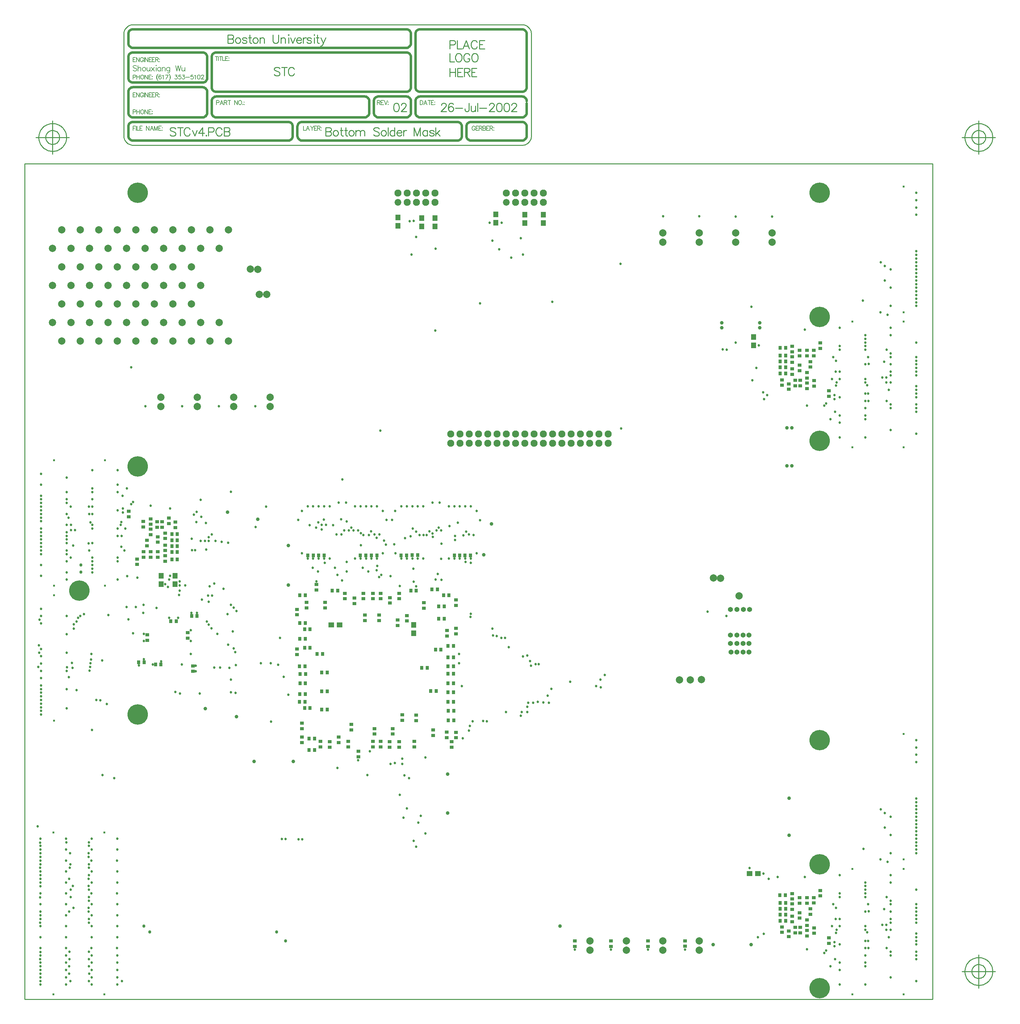
<source format=gbs>
%FSLAX24Y24*%
%MOIN*%
G70*
G01*
G75*
%ADD10R,0.1063X0.1004*%
%ADD11R,0.1004X0.1063*%
%ADD12R,0.1004X0.1063*%
%ADD13R,0.0315X0.0354*%
%ADD14C,0.0157*%
%ADD15C,0.0177*%
%ADD16C,0.0260*%
%ADD17C,0.0260*%
%ADD18R,0.0500X0.0600*%
%ADD19R,0.0165X0.0701*%
%ADD20R,0.0165X0.0701*%
%ADD21R,0.1063X0.0236*%
%ADD22R,0.0118X0.0591*%
%ADD23R,0.0600X0.0500*%
%ADD24R,0.1063X0.1004*%
%ADD25R,0.0354X0.0315*%
%ADD26R,0.1100X0.1150*%
%ADD27R,0.0600X0.1000*%
%ADD28R,0.0591X0.0118*%
%ADD29R,0.0118X0.0591*%
%ADD30R,0.0591X0.0118*%
%ADD31C,0.0230*%
%ADD32R,0.1063X0.0236*%
%ADD33R,0.0945X0.0236*%
%ADD34R,0.0945X0.0236*%
%ADD35R,0.0787X0.0591*%
%ADD36R,0.0787X0.1496*%
%ADD37R,0.0600X0.0600*%
%ADD38R,0.0256X0.0531*%
%ADD39R,0.1500X0.1100*%
%ADD40R,0.0413X0.0177*%
%ADD41C,0.0300*%
%ADD42C,0.0060*%
%ADD43C,0.0120*%
%ADD44C,0.0100*%
%ADD45C,0.0080*%
%ADD46C,0.0200*%
%ADD47C,0.0090*%
%ADD48R,0.3543X0.3277*%
%ADD49R,2.3300X1.6550*%
%ADD50R,0.1641X0.2598*%
%ADD51R,0.1260X0.0610*%
%ADD52R,0.1043X0.4154*%
%ADD53R,0.1595X0.4997*%
%ADD54R,0.1378X0.0433*%
%ADD55R,0.2343X0.0413*%
%ADD56R,0.2599X0.3378*%
%ADD57R,0.1457X0.1871*%
%ADD58R,0.0925X0.0729*%
%ADD59R,0.2599X0.0945*%
%ADD60R,0.4942X0.2658*%
%ADD61R,0.4548X0.2894*%
%ADD62R,0.3446X0.1871*%
%ADD63R,0.3288X0.1496*%
%ADD64R,0.0945X0.0532*%
%ADD65R,0.0610X0.1319*%
%ADD66R,0.0591X0.0650*%
%ADD67R,0.0413X0.0669*%
%ADD68R,0.0669X0.0158*%
%ADD69R,0.1713X0.3505*%
%ADD70C,0.0250*%
%ADD71C,0.0050*%
%ADD72C,0.0350*%
%ADD73C,0.0720*%
%ADD74P,0.0720X8X0*%
%ADD75C,0.0300*%
%ADD76C,0.0750*%
%ADD77C,0.0200*%
%ADD78C,0.2165*%
%ADD79C,0.2165*%
%ADD80C,0.0500*%
%ADD81R,0.0354X0.0315*%
%ADD82R,0.0315X0.0354*%
%ADD83R,2.3350X1.6650*%
%ADD84R,1.8350X3.4800*%
%ADD85C,0.0079*%
%ADD86R,0.1103X0.1044*%
%ADD87R,0.1044X0.1103*%
%ADD88R,0.1044X0.1103*%
%ADD89R,0.0355X0.0394*%
%ADD90C,0.0187*%
%ADD91C,0.0207*%
%ADD92C,0.0299*%
%ADD93C,0.0299*%
%ADD94R,0.0540X0.0640*%
%ADD95R,0.0205X0.0741*%
%ADD96R,0.0205X0.0741*%
%ADD97R,0.1103X0.0276*%
%ADD98R,0.0158X0.0631*%
%ADD99R,0.0640X0.0540*%
%ADD100R,0.1103X0.1044*%
%ADD101R,0.0394X0.0355*%
%ADD102R,0.1140X0.1190*%
%ADD103R,0.0640X0.1040*%
%ADD104R,0.0631X0.0158*%
%ADD105R,0.0158X0.0631*%
%ADD106R,0.0631X0.0158*%
%ADD107C,0.0270*%
%ADD108R,0.1103X0.0276*%
%ADD109R,0.0985X0.0276*%
%ADD110R,0.0985X0.0276*%
%ADD111R,0.0827X0.0631*%
%ADD112R,0.0827X0.1536*%
%ADD113R,0.0640X0.0640*%
%ADD114R,0.0296X0.0571*%
%ADD115R,0.1540X0.1140*%
%ADD116R,0.0453X0.0217*%
%ADD117C,0.0390*%
%ADD118C,0.0760*%
%ADD119P,0.0760X8X0*%
%ADD120C,0.0340*%
%ADD121C,0.0790*%
%ADD122C,0.0240*%
%ADD123C,0.2205*%
%ADD124C,0.2205*%
%ADD125C,0.0540*%
%ADD126R,0.0394X0.0355*%
%ADD127R,0.0355X0.0394*%
D44*
X50477Y122601D02*
X50470Y122701D01*
X50450Y122799D01*
X50418Y122893D01*
X50372Y122983D01*
X50316Y123065D01*
X50249Y123140D01*
X50172Y123204D01*
X50088Y123258D01*
X49997Y123300D01*
X49901Y123330D01*
X49802Y123347D01*
X49702Y123350D01*
X49602Y123340D01*
X49505Y123317D01*
X49411Y123281D01*
X49324Y123233D01*
X49243Y123173D01*
X49171Y123104D01*
X49109Y123025D01*
X49058Y122939D01*
X49019Y122847D01*
X48992Y122750D01*
X48979Y122651D01*
Y122550D01*
X48992Y122451D01*
X49019Y122355D01*
X49058Y122262D01*
X49109Y122176D01*
X49171Y122098D01*
X49243Y122028D01*
X49324Y121968D01*
X49411Y121920D01*
X49505Y121884D01*
X49602Y121861D01*
X49702Y121851D01*
X49802Y121854D01*
X49901Y121871D01*
X49997Y121901D01*
X50088Y121943D01*
X50172Y121997D01*
X50249Y122061D01*
X50316Y122136D01*
X50372Y122218D01*
X50418Y122308D01*
X50450Y122402D01*
X50470Y122501D01*
X50477Y122601D01*
X51227D02*
X51224Y122701D01*
X51214Y122801D01*
X51197Y122899D01*
X51174Y122997D01*
X51144Y123093D01*
X51108Y123186D01*
X51066Y123277D01*
X51018Y123365D01*
X50964Y123450D01*
X50904Y123530D01*
X50840Y123607D01*
X50770Y123679D01*
X50696Y123746D01*
X50617Y123808D01*
X50534Y123865D01*
X50448Y123916D01*
X50359Y123961D01*
X50266Y124000D01*
X50172Y124033D01*
X50075Y124060D01*
X49977Y124080D01*
X49877Y124093D01*
X49777Y124100D01*
X49677D01*
X49577Y124093D01*
X49478Y124080D01*
X49379Y124060D01*
X49283Y124033D01*
X49188Y124000D01*
X49096Y123961D01*
X49006Y123916D01*
X48920Y123865D01*
X48837Y123808D01*
X48759Y123746D01*
X48684Y123679D01*
X48615Y123607D01*
X48550Y123530D01*
X48490Y123450D01*
X48437Y123365D01*
X48388Y123277D01*
X48346Y123186D01*
X48310Y123093D01*
X48280Y122997D01*
X48257Y122899D01*
X48241Y122801D01*
X48230Y122701D01*
X48227Y122601D01*
X48230Y122500D01*
X48241Y122401D01*
X48257Y122302D01*
X48280Y122204D01*
X48310Y122109D01*
X48346Y122015D01*
X48388Y121924D01*
X48437Y121836D01*
X48490Y121752D01*
X48550Y121671D01*
X48615Y121594D01*
X48684Y121522D01*
X48759Y121455D01*
X48837Y121393D01*
X48920Y121336D01*
X49006Y121285D01*
X49096Y121240D01*
X49188Y121201D01*
X49283Y121168D01*
X49379Y121141D01*
X49478Y121121D01*
X49577Y121108D01*
X49677Y121101D01*
X49777D01*
X49877Y121108D01*
X49977Y121121D01*
X50075Y121141D01*
X50172Y121168D01*
X50266Y121201D01*
X50359Y121240D01*
X50448Y121285D01*
X50534Y121336D01*
X50617Y121393D01*
X50696Y121455D01*
X50770Y121522D01*
X50840Y121594D01*
X50904Y121671D01*
X50964Y121752D01*
X51018Y121836D01*
X51066Y121924D01*
X51108Y122015D01*
X51144Y122109D01*
X51174Y122204D01*
X51197Y122302D01*
X51214Y122401D01*
X51224Y122500D01*
X51227Y122601D01*
X150477Y122601D02*
X150470Y122701D01*
X150450Y122799D01*
X150418Y122893D01*
X150372Y122983D01*
X150316Y123065D01*
X150249Y123140D01*
X150172Y123204D01*
X150088Y123258D01*
X149997Y123300D01*
X149901Y123330D01*
X149802Y123347D01*
X149702Y123350D01*
X149602Y123340D01*
X149505Y123317D01*
X149411Y123281D01*
X149324Y123233D01*
X149243Y123173D01*
X149171Y123104D01*
X149109Y123025D01*
X149058Y122939D01*
X149019Y122847D01*
X148992Y122750D01*
X148979Y122651D01*
Y122550D01*
X148992Y122451D01*
X149019Y122355D01*
X149058Y122262D01*
X149109Y122176D01*
X149171Y122098D01*
X149243Y122028D01*
X149324Y121968D01*
X149411Y121920D01*
X149505Y121884D01*
X149602Y121861D01*
X149702Y121851D01*
X149802Y121854D01*
X149901Y121871D01*
X149997Y121901D01*
X150088Y121943D01*
X150172Y121997D01*
X150249Y122061D01*
X150316Y122136D01*
X150372Y122218D01*
X150418Y122308D01*
X150450Y122402D01*
X150470Y122501D01*
X150477Y122601D01*
X151227D02*
X151224Y122701D01*
X151214Y122801D01*
X151197Y122899D01*
X151174Y122997D01*
X151144Y123093D01*
X151108Y123186D01*
X151066Y123277D01*
X151018Y123365D01*
X150964Y123450D01*
X150904Y123530D01*
X150840Y123607D01*
X150770Y123679D01*
X150696Y123746D01*
X150617Y123808D01*
X150534Y123865D01*
X150448Y123916D01*
X150359Y123961D01*
X150266Y124000D01*
X150172Y124033D01*
X150075Y124060D01*
X149977Y124080D01*
X149877Y124093D01*
X149777Y124100D01*
X149677D01*
X149577Y124093D01*
X149478Y124080D01*
X149379Y124060D01*
X149283Y124033D01*
X149188Y124000D01*
X149096Y123961D01*
X149006Y123916D01*
X148920Y123865D01*
X148837Y123808D01*
X148759Y123746D01*
X148684Y123679D01*
X148615Y123607D01*
X148550Y123530D01*
X148490Y123450D01*
X148437Y123365D01*
X148388Y123277D01*
X148346Y123186D01*
X148310Y123093D01*
X148280Y122997D01*
X148257Y122899D01*
X148241Y122801D01*
X148230Y122701D01*
X148227Y122601D01*
X148230Y122500D01*
X148241Y122401D01*
X148257Y122302D01*
X148280Y122204D01*
X148310Y122109D01*
X148346Y122015D01*
X148388Y121924D01*
X148437Y121836D01*
X148490Y121752D01*
X148550Y121671D01*
X148615Y121594D01*
X148684Y121522D01*
X148759Y121455D01*
X148837Y121393D01*
X148920Y121336D01*
X149006Y121285D01*
X149096Y121240D01*
X149188Y121201D01*
X149283Y121168D01*
X149379Y121141D01*
X149478Y121121D01*
X149577Y121108D01*
X149677Y121101D01*
X149777D01*
X149877Y121108D01*
X149977Y121121D01*
X150075Y121141D01*
X150172Y121168D01*
X150266Y121201D01*
X150359Y121240D01*
X150448Y121285D01*
X150534Y121336D01*
X150617Y121393D01*
X150696Y121455D01*
X150770Y121522D01*
X150840Y121594D01*
X150904Y121671D01*
X150964Y121752D01*
X151018Y121836D01*
X151066Y121924D01*
X151108Y122015D01*
X151144Y122109D01*
X151174Y122204D01*
X151197Y122302D01*
X151214Y122401D01*
X151224Y122500D01*
X151227Y122601D01*
X150477Y32601D02*
X150470Y32701D01*
X150450Y32799D01*
X150418Y32893D01*
X150372Y32983D01*
X150316Y33065D01*
X150249Y33140D01*
X150172Y33204D01*
X150088Y33258D01*
X149997Y33300D01*
X149901Y33330D01*
X149802Y33347D01*
X149702Y33350D01*
X149602Y33340D01*
X149505Y33317D01*
X149411Y33281D01*
X149324Y33233D01*
X149243Y33173D01*
X149171Y33104D01*
X149109Y33025D01*
X149058Y32939D01*
X149019Y32847D01*
X148992Y32750D01*
X148979Y32651D01*
Y32550D01*
X148992Y32451D01*
X149019Y32355D01*
X149058Y32262D01*
X149109Y32176D01*
X149171Y32097D01*
X149243Y32028D01*
X149324Y31968D01*
X149411Y31920D01*
X149505Y31884D01*
X149602Y31861D01*
X149702Y31851D01*
X149802Y31854D01*
X149901Y31871D01*
X149997Y31901D01*
X150088Y31943D01*
X150172Y31997D01*
X150249Y32061D01*
X150316Y32136D01*
X150372Y32218D01*
X150418Y32308D01*
X150450Y32402D01*
X150470Y32501D01*
X150477Y32601D01*
X151227D02*
X151224Y32701D01*
X151214Y32801D01*
X151197Y32899D01*
X151174Y32997D01*
X151144Y33093D01*
X151108Y33186D01*
X151066Y33277D01*
X151018Y33365D01*
X150964Y33450D01*
X150904Y33530D01*
X150840Y33607D01*
X150770Y33679D01*
X150696Y33746D01*
X150617Y33808D01*
X150534Y33865D01*
X150448Y33916D01*
X150359Y33961D01*
X150266Y34000D01*
X150172Y34033D01*
X150075Y34060D01*
X149977Y34080D01*
X149877Y34093D01*
X149777Y34100D01*
X149677D01*
X149577Y34093D01*
X149478Y34080D01*
X149379Y34060D01*
X149283Y34033D01*
X149188Y34000D01*
X149096Y33961D01*
X149006Y33916D01*
X148920Y33865D01*
X148837Y33808D01*
X148759Y33746D01*
X148684Y33679D01*
X148615Y33607D01*
X148550Y33530D01*
X148490Y33450D01*
X148437Y33365D01*
X148388Y33277D01*
X148346Y33186D01*
X148310Y33093D01*
X148280Y32997D01*
X148257Y32899D01*
X148241Y32801D01*
X148230Y32701D01*
X148227Y32601D01*
X148230Y32500D01*
X148241Y32401D01*
X148257Y32302D01*
X148280Y32204D01*
X148310Y32109D01*
X148346Y32015D01*
X148388Y31924D01*
X148437Y31836D01*
X148490Y31752D01*
X148550Y31671D01*
X148615Y31594D01*
X148684Y31522D01*
X148759Y31455D01*
X148837Y31393D01*
X148920Y31336D01*
X149006Y31285D01*
X149096Y31240D01*
X149188Y31201D01*
X149283Y31168D01*
X149379Y31141D01*
X149478Y31121D01*
X149577Y31108D01*
X149677Y31101D01*
X149777D01*
X149877Y31108D01*
X149977Y31121D01*
X150075Y31141D01*
X150172Y31168D01*
X150266Y31201D01*
X150359Y31240D01*
X150448Y31285D01*
X150534Y31336D01*
X150617Y31393D01*
X150696Y31455D01*
X150770Y31522D01*
X150840Y31594D01*
X150904Y31671D01*
X150964Y31752D01*
X151018Y31836D01*
X151066Y31924D01*
X151108Y32015D01*
X151144Y32109D01*
X151174Y32204D01*
X151197Y32302D01*
X151214Y32401D01*
X151224Y32500D01*
X151227Y32601D01*
X47927Y122601D02*
X51527D01*
X49727Y120801D02*
Y124401D01*
X147927Y122601D02*
X151527D01*
X149727Y120801D02*
Y124401D01*
X147927Y32601D02*
X151527D01*
X149727Y30801D02*
Y34401D01*
X46727Y29601D02*
X144759D01*
Y119758D01*
X46727D02*
X144759D01*
X46727Y29601D02*
Y119758D01*
X57418Y122768D02*
X57423Y122670D01*
X57437Y122573D01*
X57461Y122478D01*
X57493Y122386D01*
X57535Y122297D01*
X57585Y122212D01*
X57642Y122133D01*
X57708Y122060D01*
X57780Y121994D01*
X57858Y121934D01*
X57941Y121883D01*
X58029Y121840D01*
X58121Y121806D01*
X58216Y121781D01*
X58313Y121765D01*
X58410Y121758D01*
X100418Y121758D02*
X100516Y121763D01*
X100613Y121777D01*
X100708Y121801D01*
X100801Y121834D01*
X100889Y121876D01*
X100974Y121927D01*
X101052Y121985D01*
X101125Y122051D01*
X101191Y122124D01*
X101250Y122203D01*
X101300Y122287D01*
X101342Y122375D01*
X101375Y122468D01*
X101399Y122563D01*
X101413Y122660D01*
X101418Y122758D01*
Y133758D02*
X101413Y133856D01*
X101399Y133953D01*
X101375Y134048D01*
X101342Y134141D01*
X101300Y134229D01*
X101250Y134314D01*
X101191Y134392D01*
X101125Y134465D01*
X101052Y134531D01*
X100974Y134590D01*
X100889Y134640D01*
X100801Y134682D01*
X100708Y134715D01*
X100613Y134739D01*
X100516Y134753D01*
X100418Y134758D01*
X58418D02*
X58320Y134753D01*
X58223Y134739D01*
X58128Y134715D01*
X58035Y134682D01*
X57947Y134640D01*
X57863Y134590D01*
X57784Y134531D01*
X57711Y134465D01*
X57645Y134392D01*
X57587Y134314D01*
X57536Y134229D01*
X57494Y134141D01*
X57461Y134048D01*
X57437Y133953D01*
X57423Y133856D01*
X57418Y133758D01*
X58418Y121758D02*
X100418D01*
X58418Y134758D02*
X100418D01*
X101418Y122758D02*
Y133758D01*
X57418Y122758D02*
Y133758D01*
D45*
X58818Y130272D02*
X58761Y130329D01*
X58675Y130358D01*
X58561D01*
X58475Y130329D01*
X58418Y130272D01*
Y130215D01*
X58447Y130158D01*
X58475Y130129D01*
X58532Y130101D01*
X58704Y130044D01*
X58761Y130015D01*
X58789Y129987D01*
X58818Y129929D01*
Y129844D01*
X58761Y129787D01*
X58675Y129758D01*
X58561D01*
X58475Y129787D01*
X58418Y129844D01*
X58952Y130358D02*
Y129758D01*
Y130044D02*
X59038Y130129D01*
X59095Y130158D01*
X59181D01*
X59238Y130129D01*
X59266Y130044D01*
Y129758D01*
X59566Y130158D02*
X59509Y130129D01*
X59452Y130072D01*
X59424Y129987D01*
Y129929D01*
X59452Y129844D01*
X59509Y129787D01*
X59566Y129758D01*
X59652D01*
X59709Y129787D01*
X59766Y129844D01*
X59795Y129929D01*
Y129987D01*
X59766Y130072D01*
X59709Y130129D01*
X59652Y130158D01*
X59566D01*
X59926D02*
Y129872D01*
X59955Y129787D01*
X60012Y129758D01*
X60098D01*
X60155Y129787D01*
X60241Y129872D01*
Y130158D02*
Y129758D01*
X60398Y130158D02*
X60712Y129758D01*
Y130158D02*
X60398Y129758D01*
X60895Y130358D02*
X60923Y130329D01*
X60952Y130358D01*
X60923Y130387D01*
X60895Y130358D01*
X60923Y130158D02*
Y129758D01*
X61400Y130158D02*
Y129758D01*
Y130072D02*
X61343Y130129D01*
X61286Y130158D01*
X61200D01*
X61143Y130129D01*
X61086Y130072D01*
X61058Y129987D01*
Y129929D01*
X61086Y129844D01*
X61143Y129787D01*
X61200Y129758D01*
X61286D01*
X61343Y129787D01*
X61400Y129844D01*
X61560Y130158D02*
Y129758D01*
Y130044D02*
X61646Y130129D01*
X61703Y130158D01*
X61789D01*
X61846Y130129D01*
X61874Y130044D01*
Y129758D01*
X62374Y130158D02*
Y129701D01*
X62346Y129615D01*
X62317Y129587D01*
X62260Y129558D01*
X62174D01*
X62117Y129587D01*
X62374Y130072D02*
X62317Y130129D01*
X62260Y130158D01*
X62174D01*
X62117Y130129D01*
X62060Y130072D01*
X62032Y129987D01*
Y129929D01*
X62060Y129844D01*
X62117Y129787D01*
X62174Y129758D01*
X62260D01*
X62317Y129787D01*
X62374Y129844D01*
X63006Y130358D02*
X63148Y129758D01*
X63291Y130358D02*
X63148Y129758D01*
X63291Y130358D02*
X63434Y129758D01*
X63577Y130358D02*
X63434Y129758D01*
X63697Y130158D02*
Y129872D01*
X63726Y129787D01*
X63783Y129758D01*
X63868D01*
X63925Y129787D01*
X64011Y129872D01*
Y130158D02*
Y129758D01*
D47*
X63018Y123529D02*
X62932Y123615D01*
X62804Y123658D01*
X62632D01*
X62504Y123615D01*
X62418Y123529D01*
Y123444D01*
X62461Y123358D01*
X62504Y123315D01*
X62589Y123272D01*
X62847Y123187D01*
X62932Y123144D01*
X62975Y123101D01*
X63018Y123015D01*
Y122887D01*
X62932Y122801D01*
X62804Y122758D01*
X62632D01*
X62504Y122801D01*
X62418Y122887D01*
X63519Y123658D02*
Y122758D01*
X63219Y123658D02*
X63819D01*
X64569Y123444D02*
X64526Y123529D01*
X64441Y123615D01*
X64355Y123658D01*
X64183D01*
X64098Y123615D01*
X64012Y123529D01*
X63969Y123444D01*
X63926Y123315D01*
Y123101D01*
X63969Y122972D01*
X64012Y122887D01*
X64098Y122801D01*
X64183Y122758D01*
X64355D01*
X64441Y122801D01*
X64526Y122887D01*
X64569Y122972D01*
X64822Y123358D02*
X65079Y122758D01*
X65336Y123358D02*
X65079Y122758D01*
X65910Y123658D02*
X65482Y123058D01*
X66124D01*
X65910Y123658D02*
Y122758D01*
X66326Y122844D02*
X66283Y122801D01*
X66326Y122758D01*
X66369Y122801D01*
X66326Y122844D01*
X66566Y123187D02*
X66951D01*
X67080Y123229D01*
X67123Y123272D01*
X67166Y123358D01*
Y123486D01*
X67123Y123572D01*
X67080Y123615D01*
X66951Y123658D01*
X66566D01*
Y122758D01*
X68010Y123444D02*
X67967Y123529D01*
X67881Y123615D01*
X67796Y123658D01*
X67624D01*
X67538Y123615D01*
X67453Y123529D01*
X67410Y123444D01*
X67367Y123315D01*
Y123101D01*
X67410Y122972D01*
X67453Y122887D01*
X67538Y122801D01*
X67624Y122758D01*
X67796D01*
X67881Y122801D01*
X67967Y122887D01*
X68010Y122972D01*
X68263Y123658D02*
Y122758D01*
Y123658D02*
X68648D01*
X68777Y123615D01*
X68820Y123572D01*
X68862Y123486D01*
Y123401D01*
X68820Y123315D01*
X68777Y123272D01*
X68648Y123229D01*
X68263D02*
X68648D01*
X68777Y123187D01*
X68820Y123144D01*
X68862Y123058D01*
Y122929D01*
X68820Y122844D01*
X68777Y122801D01*
X68648Y122758D01*
X68263D01*
X68668Y133658D02*
Y132758D01*
Y133658D02*
X69054D01*
X69182Y133615D01*
X69225Y133572D01*
X69268Y133486D01*
Y133401D01*
X69225Y133315D01*
X69182Y133272D01*
X69054Y133229D01*
X68668D02*
X69054D01*
X69182Y133187D01*
X69225Y133144D01*
X69268Y133058D01*
Y132929D01*
X69225Y132844D01*
X69182Y132801D01*
X69054Y132758D01*
X68668D01*
X69684Y133358D02*
X69598Y133315D01*
X69512Y133229D01*
X69469Y133101D01*
Y133015D01*
X69512Y132887D01*
X69598Y132801D01*
X69684Y132758D01*
X69812D01*
X69898Y132801D01*
X69984Y132887D01*
X70026Y133015D01*
Y133101D01*
X69984Y133229D01*
X69898Y133315D01*
X69812Y133358D01*
X69684D01*
X70695Y133229D02*
X70652Y133315D01*
X70523Y133358D01*
X70395D01*
X70266Y133315D01*
X70223Y133229D01*
X70266Y133144D01*
X70352Y133101D01*
X70566Y133058D01*
X70652Y133015D01*
X70695Y132929D01*
Y132887D01*
X70652Y132801D01*
X70523Y132758D01*
X70395D01*
X70266Y132801D01*
X70223Y132887D01*
X71012Y133658D02*
Y132929D01*
X71055Y132801D01*
X71140Y132758D01*
X71226D01*
X70883Y133358D02*
X71183D01*
X71569D02*
X71483Y133315D01*
X71398Y133229D01*
X71355Y133101D01*
Y133015D01*
X71398Y132887D01*
X71483Y132801D01*
X71569Y132758D01*
X71697D01*
X71783Y132801D01*
X71869Y132887D01*
X71912Y133015D01*
Y133101D01*
X71869Y133229D01*
X71783Y133315D01*
X71697Y133358D01*
X71569D01*
X72109D02*
Y132758D01*
Y133187D02*
X72237Y133315D01*
X72323Y133358D01*
X72452D01*
X72537Y133315D01*
X72580Y133187D01*
Y132758D01*
X73523Y133658D02*
Y133015D01*
X73566Y132887D01*
X73651Y132801D01*
X73780Y132758D01*
X73866D01*
X73994Y132801D01*
X74080Y132887D01*
X74123Y133015D01*
Y133658D01*
X74371Y133358D02*
Y132758D01*
Y133187D02*
X74500Y133315D01*
X74585Y133358D01*
X74714D01*
X74800Y133315D01*
X74842Y133187D01*
Y132758D01*
X75164Y133658D02*
X75207Y133615D01*
X75250Y133658D01*
X75207Y133701D01*
X75164Y133658D01*
X75207Y133358D02*
Y132758D01*
X75408Y133358D02*
X75665Y132758D01*
X75922Y133358D02*
X75665Y132758D01*
X76068Y133101D02*
X76582D01*
Y133187D01*
X76539Y133272D01*
X76496Y133315D01*
X76411Y133358D01*
X76282D01*
X76196Y133315D01*
X76111Y133229D01*
X76068Y133101D01*
Y133015D01*
X76111Y132887D01*
X76196Y132801D01*
X76282Y132758D01*
X76411D01*
X76496Y132801D01*
X76582Y132887D01*
X76775Y133358D02*
Y132758D01*
Y133101D02*
X76818Y133229D01*
X76903Y133315D01*
X76989Y133358D01*
X77118D01*
X77670Y133229D02*
X77628Y133315D01*
X77499Y133358D01*
X77371D01*
X77242Y133315D01*
X77199Y133229D01*
X77242Y133144D01*
X77328Y133101D01*
X77542Y133058D01*
X77628Y133015D01*
X77670Y132929D01*
Y132887D01*
X77628Y132801D01*
X77499Y132758D01*
X77371D01*
X77242Y132801D01*
X77199Y132887D01*
X77945Y133658D02*
X77988Y133615D01*
X78030Y133658D01*
X77988Y133701D01*
X77945Y133658D01*
X77988Y133358D02*
Y132758D01*
X78317Y133658D02*
Y132929D01*
X78360Y132801D01*
X78446Y132758D01*
X78532D01*
X78189Y133358D02*
X78489D01*
X78703D02*
X78960Y132758D01*
X79217Y133358D02*
X78960Y132758D01*
X78874Y132587D01*
X78789Y132501D01*
X78703Y132458D01*
X78660D01*
X79218Y123658D02*
Y122758D01*
Y123658D02*
X79604D01*
X79732Y123615D01*
X79775Y123572D01*
X79818Y123486D01*
Y123401D01*
X79775Y123315D01*
X79732Y123272D01*
X79604Y123229D01*
X79218D02*
X79604D01*
X79732Y123187D01*
X79775Y123144D01*
X79818Y123058D01*
Y122929D01*
X79775Y122844D01*
X79732Y122801D01*
X79604Y122758D01*
X79218D01*
X80234Y123358D02*
X80148Y123315D01*
X80062Y123229D01*
X80019Y123101D01*
Y123015D01*
X80062Y122887D01*
X80148Y122801D01*
X80234Y122758D01*
X80362D01*
X80448Y122801D01*
X80534Y122887D01*
X80576Y123015D01*
Y123101D01*
X80534Y123229D01*
X80448Y123315D01*
X80362Y123358D01*
X80234D01*
X80902Y123658D02*
Y122929D01*
X80945Y122801D01*
X81031Y122758D01*
X81116D01*
X80773Y123358D02*
X81073D01*
X81373Y123658D02*
Y122929D01*
X81416Y122801D01*
X81502Y122758D01*
X81588D01*
X81245Y123358D02*
X81545D01*
X81930D02*
X81845Y123315D01*
X81759Y123229D01*
X81716Y123101D01*
Y123015D01*
X81759Y122887D01*
X81845Y122801D01*
X81930Y122758D01*
X82059D01*
X82145Y122801D01*
X82230Y122887D01*
X82273Y123015D01*
Y123101D01*
X82230Y123229D01*
X82145Y123315D01*
X82059Y123358D01*
X81930D01*
X82470D02*
Y122758D01*
Y123187D02*
X82599Y123315D01*
X82684Y123358D01*
X82813D01*
X82899Y123315D01*
X82942Y123187D01*
Y122758D01*
Y123187D02*
X83070Y123315D01*
X83156Y123358D01*
X83284D01*
X83370Y123315D01*
X83413Y123187D01*
Y122758D01*
X85003Y123529D02*
X84917Y123615D01*
X84788Y123658D01*
X84617D01*
X84488Y123615D01*
X84403Y123529D01*
Y123444D01*
X84446Y123358D01*
X84488Y123315D01*
X84574Y123272D01*
X84831Y123187D01*
X84917Y123144D01*
X84960Y123101D01*
X85003Y123015D01*
Y122887D01*
X84917Y122801D01*
X84788Y122758D01*
X84617D01*
X84488Y122801D01*
X84403Y122887D01*
X85418Y123358D02*
X85332Y123315D01*
X85247Y123229D01*
X85204Y123101D01*
Y123015D01*
X85247Y122887D01*
X85332Y122801D01*
X85418Y122758D01*
X85547D01*
X85632Y122801D01*
X85718Y122887D01*
X85761Y123015D01*
Y123101D01*
X85718Y123229D01*
X85632Y123315D01*
X85547Y123358D01*
X85418D01*
X85958Y123658D02*
Y122758D01*
X86661Y123658D02*
Y122758D01*
Y123229D02*
X86575Y123315D01*
X86489Y123358D01*
X86361D01*
X86275Y123315D01*
X86189Y123229D01*
X86147Y123101D01*
Y123015D01*
X86189Y122887D01*
X86275Y122801D01*
X86361Y122758D01*
X86489D01*
X86575Y122801D01*
X86661Y122887D01*
X86901Y123101D02*
X87415D01*
Y123187D01*
X87372Y123272D01*
X87329Y123315D01*
X87244Y123358D01*
X87115D01*
X87029Y123315D01*
X86944Y123229D01*
X86901Y123101D01*
Y123015D01*
X86944Y122887D01*
X87029Y122801D01*
X87115Y122758D01*
X87244D01*
X87329Y122801D01*
X87415Y122887D01*
X87608Y123358D02*
Y122758D01*
Y123101D02*
X87651Y123229D01*
X87736Y123315D01*
X87822Y123358D01*
X87950D01*
X88739Y123658D02*
Y122758D01*
Y123658D02*
X89082Y122758D01*
X89424Y123658D02*
X89082Y122758D01*
X89424Y123658D02*
Y122758D01*
X90196Y123358D02*
Y122758D01*
Y123229D02*
X90110Y123315D01*
X90024Y123358D01*
X89896D01*
X89810Y123315D01*
X89724Y123229D01*
X89682Y123101D01*
Y123015D01*
X89724Y122887D01*
X89810Y122801D01*
X89896Y122758D01*
X90024D01*
X90110Y122801D01*
X90196Y122887D01*
X90907Y123229D02*
X90864Y123315D01*
X90736Y123358D01*
X90607D01*
X90479Y123315D01*
X90436Y123229D01*
X90479Y123144D01*
X90564Y123101D01*
X90778Y123058D01*
X90864Y123015D01*
X90907Y122929D01*
Y122887D01*
X90864Y122801D01*
X90736Y122758D01*
X90607D01*
X90479Y122801D01*
X90436Y122887D01*
X91096Y123658D02*
Y122758D01*
X91524Y123358D02*
X91096Y122929D01*
X91267Y123101D02*
X91567Y122758D01*
X86800Y126283D02*
X86672Y126240D01*
X86586Y126111D01*
X86543Y125897D01*
Y125769D01*
X86586Y125554D01*
X86672Y125426D01*
X86800Y125383D01*
X86886D01*
X87014Y125426D01*
X87100Y125554D01*
X87143Y125769D01*
Y125897D01*
X87100Y126111D01*
X87014Y126240D01*
X86886Y126283D01*
X86800D01*
X87387Y126069D02*
Y126111D01*
X87430Y126197D01*
X87473Y126240D01*
X87559Y126283D01*
X87730D01*
X87816Y126240D01*
X87859Y126197D01*
X87901Y126111D01*
Y126026D01*
X87859Y125940D01*
X87773Y125812D01*
X87344Y125383D01*
X87944D01*
X92618Y132587D02*
X93004D01*
X93132Y132629D01*
X93175Y132672D01*
X93218Y132758D01*
Y132886D01*
X93175Y132972D01*
X93132Y133015D01*
X93004Y133058D01*
X92618D01*
Y132158D01*
X93419Y133058D02*
Y132158D01*
X93934D01*
X94718D02*
X94375Y133058D01*
X94032Y132158D01*
X94161Y132458D02*
X94589D01*
X95570Y132844D02*
X95527Y132929D01*
X95442Y133015D01*
X95356Y133058D01*
X95185D01*
X95099Y133015D01*
X95013Y132929D01*
X94970Y132844D01*
X94928Y132715D01*
Y132501D01*
X94970Y132372D01*
X95013Y132287D01*
X95099Y132201D01*
X95185Y132158D01*
X95356D01*
X95442Y132201D01*
X95527Y132287D01*
X95570Y132372D01*
X96380Y133058D02*
X95823D01*
Y132158D01*
X96380D01*
X95823Y132629D02*
X96166D01*
X92618Y131658D02*
Y130758D01*
X93132D01*
X93488Y131658D02*
X93402Y131615D01*
X93317Y131529D01*
X93274Y131444D01*
X93231Y131315D01*
Y131101D01*
X93274Y130972D01*
X93317Y130887D01*
X93402Y130801D01*
X93488Y130758D01*
X93659D01*
X93745Y130801D01*
X93831Y130887D01*
X93874Y130972D01*
X93916Y131101D01*
Y131315D01*
X93874Y131444D01*
X93831Y131529D01*
X93745Y131615D01*
X93659Y131658D01*
X93488D01*
X94769Y131444D02*
X94726Y131529D01*
X94641Y131615D01*
X94555Y131658D01*
X94383D01*
X94298Y131615D01*
X94212Y131529D01*
X94169Y131444D01*
X94126Y131315D01*
Y131101D01*
X94169Y130972D01*
X94212Y130887D01*
X94298Y130801D01*
X94383Y130758D01*
X94555D01*
X94641Y130801D01*
X94726Y130887D01*
X94769Y130972D01*
Y131101D01*
X94555D02*
X94769D01*
X95232Y131658D02*
X95146Y131615D01*
X95060Y131529D01*
X95018Y131444D01*
X94975Y131315D01*
Y131101D01*
X95018Y130972D01*
X95060Y130887D01*
X95146Y130801D01*
X95232Y130758D01*
X95403D01*
X95489Y130801D01*
X95575Y130887D01*
X95617Y130972D01*
X95660Y131101D01*
Y131315D01*
X95617Y131444D01*
X95575Y131529D01*
X95489Y131615D01*
X95403Y131658D01*
X95232D01*
X92618Y130058D02*
Y129158D01*
X93218Y130058D02*
Y129158D01*
X92618Y129629D02*
X93218D01*
X94024Y130058D02*
X93466D01*
Y129158D01*
X94024D01*
X93466Y129629D02*
X93809D01*
X94173Y130058D02*
Y129158D01*
Y130058D02*
X94559D01*
X94688Y130015D01*
X94730Y129972D01*
X94773Y129886D01*
Y129801D01*
X94730Y129715D01*
X94688Y129672D01*
X94559Y129629D01*
X94173D01*
X94473D02*
X94773Y129158D01*
X95532Y130058D02*
X94975D01*
Y129158D01*
X95532D01*
X94975Y129629D02*
X95318D01*
X91711Y126069D02*
Y126111D01*
X91754Y126197D01*
X91797Y126240D01*
X91882Y126283D01*
X92054D01*
X92139Y126240D01*
X92182Y126197D01*
X92225Y126111D01*
Y126026D01*
X92182Y125940D01*
X92097Y125812D01*
X91668Y125383D01*
X92268D01*
X92984Y126154D02*
X92941Y126240D01*
X92812Y126283D01*
X92726D01*
X92598Y126240D01*
X92512Y126111D01*
X92469Y125897D01*
Y125683D01*
X92512Y125512D01*
X92598Y125426D01*
X92726Y125383D01*
X92769D01*
X92898Y125426D01*
X92984Y125512D01*
X93026Y125640D01*
Y125683D01*
X92984Y125812D01*
X92898Y125897D01*
X92769Y125940D01*
X92726D01*
X92598Y125897D01*
X92512Y125812D01*
X92469Y125683D01*
X93223Y125769D02*
X93995D01*
X94689Y126283D02*
Y125597D01*
X94646Y125469D01*
X94603Y125426D01*
X94517Y125383D01*
X94432D01*
X94346Y125426D01*
X94303Y125469D01*
X94260Y125597D01*
Y125683D01*
X94920Y125983D02*
Y125554D01*
X94963Y125426D01*
X95049Y125383D01*
X95177D01*
X95263Y125426D01*
X95392Y125554D01*
Y125983D02*
Y125383D01*
X95627Y126283D02*
Y125383D01*
X95816Y125769D02*
X96587D01*
X96896Y126069D02*
Y126111D01*
X96938Y126197D01*
X96981Y126240D01*
X97067Y126283D01*
X97238D01*
X97324Y126240D01*
X97367Y126197D01*
X97410Y126111D01*
Y126026D01*
X97367Y125940D01*
X97281Y125812D01*
X96853Y125383D01*
X97453D01*
X97911Y126283D02*
X97782Y126240D01*
X97697Y126111D01*
X97654Y125897D01*
Y125769D01*
X97697Y125554D01*
X97782Y125426D01*
X97911Y125383D01*
X97997D01*
X98125Y125426D01*
X98211Y125554D01*
X98254Y125769D01*
Y125897D01*
X98211Y126111D01*
X98125Y126240D01*
X97997Y126283D01*
X97911D01*
X98712D02*
X98584Y126240D01*
X98498Y126111D01*
X98455Y125897D01*
Y125769D01*
X98498Y125554D01*
X98584Y125426D01*
X98712Y125383D01*
X98798D01*
X98927Y125426D01*
X99012Y125554D01*
X99055Y125769D01*
Y125897D01*
X99012Y126111D01*
X98927Y126240D01*
X98798Y126283D01*
X98712D01*
X99299Y126069D02*
Y126111D01*
X99342Y126197D01*
X99385Y126240D01*
X99471Y126283D01*
X99642D01*
X99728Y126240D01*
X99771Y126197D01*
X99813Y126111D01*
Y126026D01*
X99771Y125940D01*
X99685Y125812D01*
X99256Y125383D01*
X99856D01*
X74268Y130029D02*
X74182Y130115D01*
X74054Y130158D01*
X73882D01*
X73754Y130115D01*
X73668Y130029D01*
Y129944D01*
X73711Y129858D01*
X73754Y129815D01*
X73839Y129772D01*
X74097Y129687D01*
X74182Y129644D01*
X74225Y129601D01*
X74268Y129515D01*
Y129387D01*
X74182Y129301D01*
X74054Y129258D01*
X73882D01*
X73754Y129301D01*
X73668Y129387D01*
X74769Y130158D02*
Y129258D01*
X74469Y130158D02*
X75069D01*
X75819Y129944D02*
X75776Y130029D01*
X75691Y130115D01*
X75605Y130158D01*
X75433D01*
X75348Y130115D01*
X75262Y130029D01*
X75219Y129944D01*
X75176Y129815D01*
Y129601D01*
X75219Y129472D01*
X75262Y129387D01*
X75348Y129301D01*
X75433Y129258D01*
X75605D01*
X75691Y129301D01*
X75776Y129387D01*
X75819Y129472D01*
D70*
X100918Y126518D02*
X100909Y126614D01*
X100881Y126706D01*
X100836Y126790D01*
X100775Y126865D01*
X100700Y126925D01*
X100616Y126971D01*
X100524Y126999D01*
X100428Y127008D01*
X89418D02*
X89321Y126998D01*
X89227Y126970D01*
X89140Y126924D01*
X89065Y126862D01*
X89002Y126786D01*
X88956Y126699D01*
X88928Y126606D01*
X88918Y126508D01*
X100418Y127508D02*
X100516Y127518D01*
X100609Y127546D01*
X100696Y127592D01*
X100772Y127655D01*
X100834Y127730D01*
X100880Y127817D01*
X100908Y127911D01*
X100918Y128008D01*
X88918D02*
X88928Y127911D01*
X88956Y127817D01*
X89002Y127730D01*
X89065Y127655D01*
X89140Y127592D01*
X89227Y127546D01*
X89321Y127518D01*
X89418Y127508D01*
X100918Y133768D02*
X100908Y133866D01*
X100879Y133960D01*
X100832Y134046D01*
X100768Y134121D01*
X100691Y134181D01*
X100604Y134226D01*
X100509Y134251D01*
X100411Y134258D01*
X100418Y124758D02*
X100516Y124768D01*
X100609Y124796D01*
X100696Y124842D01*
X100772Y124905D01*
X100834Y124980D01*
X100880Y125067D01*
X100908Y125161D01*
X100918Y125258D01*
X100918Y123767D02*
X100907Y123863D01*
X100878Y123955D01*
X100831Y124040D01*
X100769Y124115D01*
X100693Y124176D01*
X100607Y124221D01*
X100515Y124249D01*
X100418Y124258D01*
Y122258D02*
X100516Y122268D01*
X100609Y122296D01*
X100696Y122342D01*
X100772Y122405D01*
X100834Y122480D01*
X100880Y122567D01*
X100908Y122661D01*
X100918Y122758D01*
X87918Y124758D02*
X88016Y124768D01*
X88109Y124796D01*
X88196Y124842D01*
X88272Y124905D01*
X88334Y124980D01*
X88380Y125067D01*
X88408Y125161D01*
X88418Y125258D01*
X88918Y125248D02*
X88928Y125151D01*
X88956Y125059D01*
X89002Y124973D01*
X89065Y124899D01*
X89140Y124838D01*
X89227Y124793D01*
X89320Y124766D01*
X89417Y124758D01*
X88418Y126518D02*
X88409Y126614D01*
X88381Y126706D01*
X88336Y126790D01*
X88275Y126865D01*
X88200Y126925D01*
X88116Y126971D01*
X88024Y126999D01*
X87928Y127008D01*
X57918Y122758D02*
X57927Y122662D01*
X57955Y122569D01*
X58001Y122483D01*
X58061Y122408D01*
X58136Y122345D01*
X58221Y122299D01*
X58313Y122269D01*
X58409Y122258D01*
X87927Y127508D02*
X88023Y127519D01*
X88116Y127549D01*
X88200Y127595D01*
X88275Y127658D01*
X88336Y127733D01*
X88381Y127819D01*
X88409Y127912D01*
X88418Y128008D01*
X58418Y124258D02*
X58321Y124248D01*
X58227Y124220D01*
X58140Y124174D01*
X58065Y124112D01*
X58002Y124036D01*
X57956Y123949D01*
X57928Y123856D01*
X57918Y123758D01*
X88418Y131258D02*
X88408Y131356D01*
X88380Y131449D01*
X88334Y131536D01*
X88272Y131612D01*
X88196Y131674D01*
X88109Y131720D01*
X88016Y131748D01*
X87918Y131758D01*
Y132258D02*
X88016Y132268D01*
X88109Y132296D01*
X88196Y132342D01*
X88272Y132405D01*
X88334Y132480D01*
X88380Y132567D01*
X88408Y132661D01*
X88418Y132758D01*
X89418Y134258D02*
X89321Y134248D01*
X89227Y134220D01*
X89140Y134174D01*
X89065Y134112D01*
X89002Y134036D01*
X88956Y133949D01*
X88928Y133856D01*
X88918Y133758D01*
X88418D02*
X88408Y133856D01*
X88380Y133949D01*
X88334Y134036D01*
X88272Y134112D01*
X88196Y134174D01*
X88109Y134220D01*
X88016Y134248D01*
X87918Y134258D01*
X58418Y131758D02*
X58321Y131748D01*
X58227Y131720D01*
X58140Y131674D01*
X58065Y131612D01*
X58002Y131536D01*
X57956Y131449D01*
X57928Y131356D01*
X57918Y131258D01*
Y129008D02*
X57928Y128911D01*
X57956Y128817D01*
X58002Y128730D01*
X58065Y128655D01*
X58140Y128592D01*
X58227Y128546D01*
X58321Y128518D01*
X58418Y128508D01*
Y128008D02*
X58321Y127998D01*
X58227Y127970D01*
X58140Y127924D01*
X58065Y127862D01*
X58002Y127786D01*
X57956Y127699D01*
X57928Y127606D01*
X57918Y127508D01*
Y125258D02*
X57927Y125162D01*
X57955Y125069D01*
X58001Y124983D01*
X58061Y124908D01*
X58136Y124845D01*
X58221Y124799D01*
X58313Y124769D01*
X58409Y124758D01*
X67418Y131758D02*
X67321Y131748D01*
X67227Y131720D01*
X67140Y131674D01*
X67065Y131612D01*
X67002Y131536D01*
X66956Y131449D01*
X66928Y131356D01*
X66918Y131258D01*
X67418Y127008D02*
X67321Y126998D01*
X67227Y126970D01*
X67140Y126924D01*
X67065Y126862D01*
X67002Y126786D01*
X66956Y126699D01*
X66928Y126606D01*
X66918Y126508D01*
X84898Y127008D02*
X84801Y126998D01*
X84709Y126969D01*
X84624Y126922D01*
X84550Y126858D01*
X84490Y126782D01*
X84448Y126694D01*
X84424Y126600D01*
X84419Y126503D01*
X84418Y125268D02*
X84428Y125170D01*
X84456Y125075D01*
X84502Y124988D01*
X84564Y124911D01*
X84640Y124847D01*
X84727Y124799D01*
X84821Y124769D01*
X84919Y124758D01*
X83428Y124758D02*
X83525Y124768D01*
X83618Y124796D01*
X83703Y124842D01*
X83778Y124905D01*
X83838Y124980D01*
X83883Y125066D01*
X83910Y125160D01*
X83918Y125257D01*
X83918Y126518D02*
X83909Y126614D01*
X83881Y126706D01*
X83836Y126790D01*
X83775Y126865D01*
X83700Y126925D01*
X83616Y126971D01*
X83524Y126999D01*
X83428Y127008D01*
X65928Y124758D02*
X66024Y124767D01*
X66116Y124795D01*
X66200Y124841D01*
X66275Y124902D01*
X66336Y124976D01*
X66381Y125061D01*
X66409Y125152D01*
X66418Y125248D01*
X66918D02*
X66927Y125152D01*
X66955Y125061D01*
X67001Y124976D01*
X67062Y124902D01*
X67136Y124841D01*
X67221Y124795D01*
X67312Y124767D01*
X67408Y124758D01*
X66918Y127998D02*
X66927Y127902D01*
X66955Y127811D01*
X67001Y127726D01*
X67062Y127652D01*
X67136Y127591D01*
X67221Y127545D01*
X67312Y127517D01*
X67408Y127508D01*
X66418Y127518D02*
X66408Y127616D01*
X66379Y127710D01*
X66332Y127796D01*
X66268Y127871D01*
X66191Y127931D01*
X66104Y127976D01*
X66009Y128001D01*
X65911Y128008D01*
X65938Y128508D02*
X66032Y128517D01*
X66122Y128545D01*
X66205Y128589D01*
X66277Y128649D01*
X66337Y128721D01*
X66382Y128804D01*
X66409Y128894D01*
X66418Y128988D01*
Y131268D02*
X66409Y131364D01*
X66381Y131456D01*
X66336Y131540D01*
X66275Y131615D01*
X66200Y131675D01*
X66116Y131721D01*
X66024Y131749D01*
X65928Y131758D01*
X94918Y124258D02*
X94821Y124248D01*
X94727Y124220D01*
X94640Y124174D01*
X94565Y124112D01*
X94502Y124036D01*
X94456Y123949D01*
X94428Y123856D01*
X94418Y123758D01*
Y122748D02*
X94428Y122651D01*
X94456Y122559D01*
X94502Y122473D01*
X94565Y122399D01*
X94640Y122338D01*
X94727Y122293D01*
X94820Y122266D01*
X94917Y122258D01*
X93430Y122258D02*
X93527Y122266D01*
X93620Y122294D01*
X93706Y122339D01*
X93781Y122402D01*
X93841Y122477D01*
X93886Y122564D01*
X93911Y122658D01*
X93918Y122755D01*
X93918Y123758D02*
X93908Y123856D01*
X93880Y123949D01*
X93834Y124036D01*
X93772Y124112D01*
X93696Y124174D01*
X93609Y124220D01*
X93516Y124248D01*
X93418Y124258D01*
X76168Y122758D02*
X76177Y122662D01*
X76205Y122569D01*
X76251Y122483D01*
X76311Y122408D01*
X76386Y122345D01*
X76471Y122299D01*
X76563Y122269D01*
X76659Y122258D01*
X76668Y124258D02*
X76571Y124248D01*
X76477Y124220D01*
X76390Y124174D01*
X76315Y124112D01*
X76252Y124036D01*
X76206Y123949D01*
X76178Y123856D01*
X76168Y123758D01*
X75180Y122258D02*
X75277Y122266D01*
X75370Y122294D01*
X75456Y122339D01*
X75531Y122402D01*
X75591Y122477D01*
X75636Y122564D01*
X75661Y122658D01*
X75668Y122755D01*
X75668Y123758D02*
X75658Y123856D01*
X75630Y123949D01*
X75584Y124036D01*
X75522Y124112D01*
X75446Y124174D01*
X75359Y124220D01*
X75266Y124248D01*
X75168Y124258D01*
X57918Y132758D02*
X57928Y132661D01*
X57956Y132567D01*
X58002Y132480D01*
X58065Y132405D01*
X58140Y132342D01*
X58227Y132296D01*
X58321Y132268D01*
X58418Y132258D01*
Y134258D02*
X58321Y134248D01*
X58227Y134220D01*
X58140Y134174D01*
X58065Y134112D01*
X58002Y134036D01*
X57956Y133949D01*
X57928Y133856D01*
X57918Y133758D01*
X76668Y122258D02*
X93418D01*
X58418D02*
X75168D01*
X58418Y124258D02*
X75168D01*
X76668D02*
X93418D01*
X94918Y122258D02*
X100418D01*
X94918Y124258D02*
X100418D01*
X58418Y134258D02*
X87918D01*
X58418Y124758D02*
X65918D01*
X58418Y128008D02*
X65918D01*
X58418Y128508D02*
X65918D01*
X58418Y131758D02*
X65918D01*
X58418Y132258D02*
X87918D01*
X67418Y131758D02*
X87918D01*
X67418Y127008D02*
X83418D01*
X67418Y124758D02*
X83418D01*
X84918D02*
X87918D01*
X84918Y127008D02*
X87918D01*
X89418Y124758D02*
X100418D01*
X89418Y134258D02*
X100418D01*
X67418Y127508D02*
X87918D01*
X89418D02*
X100418D01*
X89418Y127008D02*
X100418D01*
X75668Y122758D02*
Y123758D01*
X76168Y122758D02*
Y123758D01*
X93918Y122758D02*
Y123758D01*
X94418Y122758D02*
Y123758D01*
X57918Y125258D02*
Y127508D01*
X66418Y125258D02*
Y127508D01*
X57918Y129008D02*
Y131258D01*
X66418Y129008D02*
Y131258D01*
X88418Y132758D02*
Y133758D01*
Y128008D02*
Y131258D01*
X66918Y128008D02*
Y131258D01*
X83918Y125258D02*
Y126508D01*
X66918Y125258D02*
Y126508D01*
X84418Y125258D02*
Y126508D01*
X88418Y125258D02*
Y126508D01*
X100918Y122758D02*
Y123758D01*
Y125258D02*
Y126258D01*
X57918Y122758D02*
Y123758D01*
X88918Y128008D02*
Y133758D01*
X100918Y128008D02*
Y133758D01*
X88918Y125258D02*
Y126508D01*
X57918Y132758D02*
Y133758D01*
D71*
X95339Y123701D02*
X95318Y123744D01*
X95275Y123787D01*
X95232Y123808D01*
X95147D01*
X95104Y123787D01*
X95061Y123744D01*
X95040Y123701D01*
X95018Y123637D01*
Y123529D01*
X95040Y123465D01*
X95061Y123422D01*
X95104Y123379D01*
X95147Y123358D01*
X95232D01*
X95275Y123379D01*
X95318Y123422D01*
X95339Y123465D01*
Y123529D01*
X95232D02*
X95339D01*
X95721Y123808D02*
X95442D01*
Y123358D01*
X95721D01*
X95442Y123594D02*
X95614D01*
X95796Y123808D02*
Y123358D01*
Y123808D02*
X95989D01*
X96053Y123787D01*
X96074Y123765D01*
X96096Y123722D01*
Y123679D01*
X96074Y123637D01*
X96053Y123615D01*
X95989Y123594D01*
X95796D01*
X95946D02*
X96096Y123358D01*
X96196Y123808D02*
Y123358D01*
Y123808D02*
X96389D01*
X96453Y123787D01*
X96475Y123765D01*
X96496Y123722D01*
Y123679D01*
X96475Y123637D01*
X96453Y123615D01*
X96389Y123594D01*
X96196D02*
X96389D01*
X96453Y123572D01*
X96475Y123551D01*
X96496Y123508D01*
Y123444D01*
X96475Y123401D01*
X96453Y123379D01*
X96389Y123358D01*
X96196D01*
X96876Y123808D02*
X96597D01*
Y123358D01*
X96876D01*
X96597Y123594D02*
X96768D01*
X96951Y123808D02*
Y123358D01*
Y123808D02*
X97143D01*
X97208Y123787D01*
X97229Y123765D01*
X97250Y123722D01*
Y123679D01*
X97229Y123637D01*
X97208Y123615D01*
X97143Y123594D01*
X96951D01*
X97100D02*
X97250Y123358D01*
X97373Y123658D02*
X97351Y123637D01*
X97373Y123615D01*
X97394Y123637D01*
X97373Y123658D01*
Y123401D02*
X97351Y123379D01*
X97373Y123358D01*
X97394Y123379D01*
X97373Y123401D01*
X58418Y123808D02*
Y123358D01*
Y123808D02*
X58697D01*
X58418Y123594D02*
X58589D01*
X58748Y123808D02*
Y123358D01*
X58842Y123808D02*
Y123358D01*
X59099D01*
X59427Y123808D02*
X59149D01*
Y123358D01*
X59427D01*
X59149Y123594D02*
X59320D01*
X59856Y123808D02*
Y123358D01*
Y123808D02*
X60156Y123358D01*
Y123808D02*
Y123358D01*
X60623D02*
X60451Y123808D01*
X60280Y123358D01*
X60344Y123508D02*
X60558D01*
X60728Y123808D02*
Y123358D01*
Y123808D02*
X60899Y123358D01*
X61070Y123808D02*
X60899Y123358D01*
X61070Y123808D02*
Y123358D01*
X61477Y123808D02*
X61199D01*
Y123358D01*
X61477D01*
X61199Y123594D02*
X61370D01*
X61574Y123658D02*
X61552Y123637D01*
X61574Y123615D01*
X61595Y123637D01*
X61574Y123658D01*
Y123401D02*
X61552Y123379D01*
X61574Y123358D01*
X61595Y123379D01*
X61574Y123401D01*
X58697Y127408D02*
X58418D01*
Y126958D01*
X58697D01*
X58418Y127194D02*
X58589D01*
X58772Y127408D02*
Y126958D01*
Y127408D02*
X59072Y126958D01*
Y127408D02*
Y126958D01*
X59517Y127301D02*
X59496Y127344D01*
X59453Y127387D01*
X59410Y127408D01*
X59324D01*
X59281Y127387D01*
X59239Y127344D01*
X59217Y127301D01*
X59196Y127237D01*
Y127129D01*
X59217Y127065D01*
X59239Y127022D01*
X59281Y126980D01*
X59324Y126958D01*
X59410D01*
X59453Y126980D01*
X59496Y127022D01*
X59517Y127065D01*
Y127129D01*
X59410D02*
X59517D01*
X59620Y127408D02*
Y126958D01*
X59714Y127408D02*
Y126958D01*
Y127408D02*
X60014Y126958D01*
Y127408D02*
Y126958D01*
X60417Y127408D02*
X60138D01*
Y126958D01*
X60417D01*
X60138Y127194D02*
X60310D01*
X60770Y127408D02*
X60492D01*
Y126958D01*
X60770D01*
X60492Y127194D02*
X60663D01*
X60845Y127408D02*
Y126958D01*
Y127408D02*
X61038D01*
X61103Y127387D01*
X61124Y127365D01*
X61145Y127322D01*
Y127279D01*
X61124Y127237D01*
X61103Y127215D01*
X61038Y127194D01*
X60845D01*
X60995D02*
X61145Y126958D01*
X61267Y127258D02*
X61246Y127237D01*
X61267Y127215D01*
X61289Y127237D01*
X61267Y127258D01*
Y127001D02*
X61246Y126980D01*
X61267Y126958D01*
X61289Y126980D01*
X61267Y127001D01*
X67443Y131333D02*
Y130883D01*
X67293Y131333D02*
X67593D01*
X67647D02*
Y130883D01*
X67891Y131333D02*
Y130883D01*
X67741Y131333D02*
X68041D01*
X68094D02*
Y130883D01*
X68351D01*
X68679Y131333D02*
X68401D01*
Y130883D01*
X68679D01*
X68401Y131119D02*
X68572D01*
X68776Y131183D02*
X68754Y131162D01*
X68776Y131140D01*
X68797Y131162D01*
X68776Y131183D01*
Y130926D02*
X68754Y130905D01*
X68776Y130883D01*
X68797Y130905D01*
X68776Y130926D01*
X67418Y126347D02*
X67611D01*
X67675Y126369D01*
X67697Y126390D01*
X67718Y126433D01*
Y126497D01*
X67697Y126540D01*
X67675Y126562D01*
X67611Y126583D01*
X67418D01*
Y126133D01*
X68162D02*
X67990Y126583D01*
X67819Y126133D01*
X67883Y126283D02*
X68097D01*
X68266Y126583D02*
Y126133D01*
Y126583D02*
X68459D01*
X68524Y126562D01*
X68545Y126540D01*
X68566Y126497D01*
Y126454D01*
X68545Y126412D01*
X68524Y126390D01*
X68459Y126369D01*
X68266D01*
X68416D02*
X68566Y126133D01*
X68817Y126583D02*
Y126133D01*
X68667Y126583D02*
X68967D01*
X69374D02*
Y126133D01*
Y126583D02*
X69674Y126133D01*
Y126583D02*
Y126133D01*
X69927Y126583D02*
X69884Y126562D01*
X69841Y126519D01*
X69820Y126476D01*
X69798Y126412D01*
Y126304D01*
X69820Y126240D01*
X69841Y126197D01*
X69884Y126154D01*
X69927Y126133D01*
X70013D01*
X70055Y126154D01*
X70098Y126197D01*
X70120Y126240D01*
X70141Y126304D01*
Y126412D01*
X70120Y126476D01*
X70098Y126519D01*
X70055Y126562D01*
X70013Y126583D01*
X69927D01*
X70267Y126176D02*
X70246Y126154D01*
X70267Y126133D01*
X70289Y126154D01*
X70267Y126176D01*
X70409Y126433D02*
X70387Y126412D01*
X70409Y126390D01*
X70430Y126412D01*
X70409Y126433D01*
Y126176D02*
X70387Y126154D01*
X70409Y126133D01*
X70430Y126154D01*
X70409Y126176D01*
X58697Y131208D02*
X58418D01*
Y130758D01*
X58697D01*
X58418Y130994D02*
X58589D01*
X58772Y131208D02*
Y130758D01*
Y131208D02*
X59072Y130758D01*
Y131208D02*
Y130758D01*
X59517Y131101D02*
X59496Y131144D01*
X59453Y131187D01*
X59410Y131208D01*
X59324D01*
X59281Y131187D01*
X59239Y131144D01*
X59217Y131101D01*
X59196Y131037D01*
Y130929D01*
X59217Y130865D01*
X59239Y130822D01*
X59281Y130779D01*
X59324Y130758D01*
X59410D01*
X59453Y130779D01*
X59496Y130822D01*
X59517Y130865D01*
Y130929D01*
X59410D02*
X59517D01*
X59620Y131208D02*
Y130758D01*
X59714Y131208D02*
Y130758D01*
Y131208D02*
X60014Y130758D01*
Y131208D02*
Y130758D01*
X60417Y131208D02*
X60138D01*
Y130758D01*
X60417D01*
X60138Y130994D02*
X60310D01*
X60770Y131208D02*
X60492D01*
Y130758D01*
X60770D01*
X60492Y130994D02*
X60663D01*
X60845Y131208D02*
Y130758D01*
Y131208D02*
X61038D01*
X61103Y131187D01*
X61124Y131165D01*
X61145Y131122D01*
Y131079D01*
X61124Y131037D01*
X61103Y131015D01*
X61038Y130994D01*
X60845D01*
X60995D02*
X61145Y130758D01*
X61267Y131058D02*
X61246Y131037D01*
X61267Y131015D01*
X61289Y131037D01*
X61267Y131058D01*
Y130801D02*
X61246Y130779D01*
X61267Y130758D01*
X61289Y130779D01*
X61267Y130801D01*
X76818Y123808D02*
Y123358D01*
X77075D01*
X77467D02*
X77296Y123808D01*
X77124Y123358D01*
X77189Y123508D02*
X77403D01*
X77572Y123808D02*
X77744Y123594D01*
Y123358D01*
X77915Y123808D02*
X77744Y123594D01*
X78251Y123808D02*
X77973D01*
Y123358D01*
X78251D01*
X77973Y123594D02*
X78144D01*
X78326Y123808D02*
Y123358D01*
Y123808D02*
X78519D01*
X78583Y123787D01*
X78605Y123765D01*
X78626Y123722D01*
Y123679D01*
X78605Y123637D01*
X78583Y123615D01*
X78519Y123594D01*
X78326D01*
X78476D02*
X78626Y123358D01*
X78748Y123658D02*
X78727Y123637D01*
X78748Y123615D01*
X78770Y123637D01*
X78748Y123658D01*
Y123401D02*
X78727Y123379D01*
X78748Y123358D01*
X78770Y123379D01*
X78748Y123401D01*
X58418Y125347D02*
X58611D01*
X58675Y125369D01*
X58697Y125390D01*
X58718Y125433D01*
Y125497D01*
X58697Y125540D01*
X58675Y125562D01*
X58611Y125583D01*
X58418D01*
Y125133D01*
X58819Y125583D02*
Y125133D01*
X59119Y125583D02*
Y125133D01*
X58819Y125369D02*
X59119D01*
X59371Y125583D02*
X59329Y125562D01*
X59286Y125519D01*
X59264Y125476D01*
X59243Y125412D01*
Y125304D01*
X59264Y125240D01*
X59286Y125197D01*
X59329Y125154D01*
X59371Y125133D01*
X59457D01*
X59500Y125154D01*
X59543Y125197D01*
X59564Y125240D01*
X59586Y125304D01*
Y125412D01*
X59564Y125476D01*
X59543Y125519D01*
X59500Y125562D01*
X59457Y125583D01*
X59371D01*
X59691D02*
Y125133D01*
Y125583D02*
X59991Y125133D01*
Y125583D02*
Y125133D01*
X60393Y125583D02*
X60115D01*
Y125133D01*
X60393D01*
X60115Y125369D02*
X60286D01*
X60490Y125433D02*
X60468Y125412D01*
X60490Y125390D01*
X60511Y125412D01*
X60490Y125433D01*
Y125176D02*
X60468Y125154D01*
X60490Y125133D01*
X60511Y125154D01*
X60490Y125176D01*
X58418Y129097D02*
X58611D01*
X58675Y129119D01*
X58697Y129140D01*
X58718Y129183D01*
Y129247D01*
X58697Y129290D01*
X58675Y129312D01*
X58611Y129333D01*
X58418D01*
Y128883D01*
X58819Y129333D02*
Y128883D01*
X59119Y129333D02*
Y128883D01*
X58819Y129119D02*
X59119D01*
X59371Y129333D02*
X59329Y129312D01*
X59286Y129269D01*
X59264Y129226D01*
X59243Y129162D01*
Y129054D01*
X59264Y128990D01*
X59286Y128947D01*
X59329Y128904D01*
X59371Y128883D01*
X59457D01*
X59500Y128904D01*
X59543Y128947D01*
X59564Y128990D01*
X59586Y129054D01*
Y129162D01*
X59564Y129226D01*
X59543Y129269D01*
X59500Y129312D01*
X59457Y129333D01*
X59371D01*
X59691D02*
Y128883D01*
Y129333D02*
X59991Y128883D01*
Y129333D02*
Y128883D01*
X60393Y129333D02*
X60115D01*
Y128883D01*
X60393D01*
X60115Y129119D02*
X60286D01*
X60490Y129183D02*
X60468Y129162D01*
X60490Y129140D01*
X60511Y129162D01*
X60490Y129183D01*
Y128926D02*
X60468Y128904D01*
X60490Y128883D01*
X60511Y128904D01*
X60490Y128926D01*
X61113Y129419D02*
X61070Y129376D01*
X61028Y129312D01*
X60985Y129226D01*
X60963Y129119D01*
Y129033D01*
X60985Y128926D01*
X61028Y128840D01*
X61070Y128776D01*
X61113Y128733D01*
X61070Y129376D02*
X61028Y129290D01*
X61006Y129226D01*
X60985Y129119D01*
Y129033D01*
X61006Y128926D01*
X61028Y128862D01*
X61070Y128776D01*
X61456Y129269D02*
X61435Y129312D01*
X61370Y129333D01*
X61327D01*
X61263Y129312D01*
X61220Y129247D01*
X61199Y129140D01*
Y129033D01*
X61220Y128947D01*
X61263Y128904D01*
X61327Y128883D01*
X61349D01*
X61413Y128904D01*
X61456Y128947D01*
X61477Y129012D01*
Y129033D01*
X61456Y129097D01*
X61413Y129140D01*
X61349Y129162D01*
X61327D01*
X61263Y129140D01*
X61220Y129097D01*
X61199Y129033D01*
X61576Y129247D02*
X61619Y129269D01*
X61683Y129333D01*
Y128883D01*
X62206Y129333D02*
X61992Y128883D01*
X61906Y129333D02*
X62206D01*
X62307Y129419D02*
X62349Y129376D01*
X62392Y129312D01*
X62435Y129226D01*
X62457Y129119D01*
Y129033D01*
X62435Y128926D01*
X62392Y128840D01*
X62349Y128776D01*
X62307Y128733D01*
X62349Y129376D02*
X62392Y129290D01*
X62414Y129226D01*
X62435Y129119D01*
Y129033D01*
X62414Y128926D01*
X62392Y128862D01*
X62349Y128776D01*
X62962Y129333D02*
X63198D01*
X63069Y129162D01*
X63134D01*
X63176Y129140D01*
X63198Y129119D01*
X63219Y129054D01*
Y129012D01*
X63198Y128947D01*
X63155Y128904D01*
X63091Y128883D01*
X63026D01*
X62962Y128904D01*
X62941Y128926D01*
X62919Y128969D01*
X63577Y129333D02*
X63363D01*
X63341Y129140D01*
X63363Y129162D01*
X63427Y129183D01*
X63491D01*
X63556Y129162D01*
X63598Y129119D01*
X63620Y129054D01*
Y129012D01*
X63598Y128947D01*
X63556Y128904D01*
X63491Y128883D01*
X63427D01*
X63363Y128904D01*
X63341Y128926D01*
X63320Y128969D01*
X63763Y129333D02*
X63999D01*
X63870Y129162D01*
X63935D01*
X63978Y129140D01*
X63999Y129119D01*
X64020Y129054D01*
Y129012D01*
X63999Y128947D01*
X63956Y128904D01*
X63892Y128883D01*
X63828D01*
X63763Y128904D01*
X63742Y128926D01*
X63721Y128969D01*
X64121Y129076D02*
X64507D01*
X64897Y129333D02*
X64682D01*
X64661Y129140D01*
X64682Y129162D01*
X64747Y129183D01*
X64811D01*
X64875Y129162D01*
X64918Y129119D01*
X64940Y129054D01*
Y129012D01*
X64918Y128947D01*
X64875Y128904D01*
X64811Y128883D01*
X64747D01*
X64682Y128904D01*
X64661Y128926D01*
X64640Y128969D01*
X65040Y129247D02*
X65083Y129269D01*
X65147Y129333D01*
Y128883D01*
X65499Y129333D02*
X65434Y129312D01*
X65392Y129247D01*
X65370Y129140D01*
Y129076D01*
X65392Y128969D01*
X65434Y128904D01*
X65499Y128883D01*
X65542D01*
X65606Y128904D01*
X65649Y128969D01*
X65670Y129076D01*
Y129140D01*
X65649Y129247D01*
X65606Y129312D01*
X65542Y129333D01*
X65499D01*
X65792Y129226D02*
Y129247D01*
X65814Y129290D01*
X65835Y129312D01*
X65878Y129333D01*
X65964D01*
X66006Y129312D01*
X66028Y129290D01*
X66049Y129247D01*
Y129204D01*
X66028Y129162D01*
X65985Y129097D01*
X65771Y128883D01*
X66071D01*
X84793Y126583D02*
Y126133D01*
Y126583D02*
X84986D01*
X85050Y126562D01*
X85072Y126540D01*
X85093Y126497D01*
Y126454D01*
X85072Y126412D01*
X85050Y126390D01*
X84986Y126369D01*
X84793D01*
X84943D02*
X85093Y126133D01*
X85472Y126583D02*
X85194D01*
Y126133D01*
X85472D01*
X85194Y126369D02*
X85365D01*
X85547Y126583D02*
X85719Y126133D01*
X85890Y126583D02*
X85719Y126133D01*
X85969Y126433D02*
X85948Y126412D01*
X85969Y126390D01*
X85991Y126412D01*
X85969Y126433D01*
Y126176D02*
X85948Y126154D01*
X85969Y126133D01*
X85991Y126154D01*
X85969Y126176D01*
X89418Y126583D02*
Y126133D01*
Y126583D02*
X89568D01*
X89632Y126562D01*
X89675Y126519D01*
X89697Y126476D01*
X89718Y126412D01*
Y126304D01*
X89697Y126240D01*
X89675Y126197D01*
X89632Y126154D01*
X89568Y126133D01*
X89418D01*
X90162D02*
X89990Y126583D01*
X89819Y126133D01*
X89883Y126283D02*
X90097D01*
X90416Y126583D02*
Y126133D01*
X90266Y126583D02*
X90566D01*
X90898D02*
X90620D01*
Y126133D01*
X90898D01*
X90620Y126369D02*
X90791D01*
X90995Y126433D02*
X90973Y126412D01*
X90995Y126390D01*
X91016Y126412D01*
X90995Y126433D01*
Y126176D02*
X90973Y126154D01*
X90995Y126133D01*
X91016Y126154D01*
X90995Y126176D01*
D89*
X78457Y77496D02*
D03*
X79048D02*
D03*
X77888Y77475D02*
D03*
X77298D02*
D03*
X76977Y61678D02*
D03*
X76386D02*
D03*
X91668Y67317D02*
D03*
X91077D02*
D03*
X78282Y66845D02*
D03*
X78873D02*
D03*
X77022Y68498D02*
D03*
X76432D02*
D03*
X79936Y73695D02*
D03*
X80526D02*
D03*
X91156Y62868D02*
D03*
X90566D02*
D03*
X77534Y69522D02*
D03*
X76944D02*
D03*
X78794Y64837D02*
D03*
X79385D02*
D03*
X77534Y67514D02*
D03*
X76944D02*
D03*
X76432Y62514D02*
D03*
X77022D02*
D03*
X90172Y65349D02*
D03*
X89581D02*
D03*
X79385Y60860D02*
D03*
Y62829D02*
D03*
X76944Y61018D02*
D03*
X77416Y56490D02*
D03*
X78007D02*
D03*
X78007Y57711D02*
D03*
X77416D02*
D03*
X76442Y63685D02*
D03*
X77032D02*
D03*
X92022Y70663D02*
D03*
X91432D02*
D03*
X60841Y65703D02*
D03*
X63204Y77042D02*
D03*
X63085Y70388D02*
D03*
X62613Y78498D02*
D03*
X128873Y98419D02*
D03*
X128282Y99876D02*
D03*
X64739Y70939D02*
D03*
X59621Y65939D02*
D03*
X128263Y40821D02*
D03*
X128892Y39364D02*
D03*
X61432Y65703D02*
D03*
X62613Y77042D02*
D03*
X63204Y79797D02*
D03*
X128282Y97790D02*
D03*
Y99049D02*
D03*
X128302Y39994D02*
D03*
X63201Y77859D02*
D03*
X63204Y79128D02*
D03*
X128302Y38734D02*
D03*
X128282Y97120D02*
D03*
X128302Y38065D02*
D03*
X62495Y70388D02*
D03*
X63204Y78498D02*
D03*
X128282Y98419D02*
D03*
X128873Y99876D02*
D03*
X65329Y70939D02*
D03*
X59030Y65939D02*
D03*
X128853Y40821D02*
D03*
X128302Y39364D02*
D03*
X62613Y79797D02*
D03*
X128873Y97790D02*
D03*
Y99049D02*
D03*
X128892Y39994D02*
D03*
X62610Y77859D02*
D03*
X62613Y79128D02*
D03*
X128892Y38734D02*
D03*
X128873Y97120D02*
D03*
X128892Y38065D02*
D03*
X91274Y73813D02*
D03*
X90684D02*
D03*
X91432Y72002D02*
D03*
X92022D02*
D03*
X77022Y73183D02*
D03*
X76432D02*
D03*
X92416Y62711D02*
D03*
X93007D02*
D03*
X92455Y60703D02*
D03*
X93046D02*
D03*
X92416Y67711D02*
D03*
X93007D02*
D03*
Y64719D02*
D03*
X92416D02*
D03*
X92416Y65506D02*
D03*
X93007D02*
D03*
X89001Y73671D02*
D03*
X88410D02*
D03*
X93007Y61687D02*
D03*
X92416D02*
D03*
X92455Y59679D02*
D03*
X93046D02*
D03*
X93007Y63695D02*
D03*
X92416D02*
D03*
X91944Y73183D02*
D03*
X92534D02*
D03*
X92416Y66490D02*
D03*
X93007D02*
D03*
X77044Y64689D02*
D03*
X76453D02*
D03*
X76392Y65506D02*
D03*
X76983D02*
D03*
X77022Y70191D02*
D03*
X76432D02*
D03*
X83547Y77499D02*
D03*
X82956D02*
D03*
X84747D02*
D03*
X84156D02*
D03*
X94857D02*
D03*
X94267D02*
D03*
X88558Y77514D02*
D03*
X89148D02*
D03*
X93697Y77499D02*
D03*
X93106D02*
D03*
X87368D02*
D03*
X87959D02*
D03*
D94*
X100727Y114251D02*
D03*
Y113351D02*
D03*
X102727Y114251D02*
D03*
Y113351D02*
D03*
X89577Y113901D02*
D03*
Y113001D02*
D03*
X87027Y113951D02*
D03*
Y113051D02*
D03*
X97577Y113401D02*
D03*
Y114301D02*
D03*
X61452Y75270D02*
D03*
Y74370D02*
D03*
X62948D02*
D03*
Y75270D02*
D03*
X125427Y100151D02*
D03*
Y101051D02*
D03*
X88727Y70001D02*
D03*
Y69101D02*
D03*
X91027Y113001D02*
D03*
Y113901D02*
D03*
D99*
X80733Y69992D02*
D03*
X79833D02*
D03*
X125877Y43151D02*
D03*
X124977D02*
D03*
D101*
X76648Y59384D02*
D03*
Y58793D02*
D03*
X92298Y58420D02*
D03*
Y57829D02*
D03*
X83302Y73400D02*
D03*
Y72809D02*
D03*
X81294Y72809D02*
D03*
Y73400D02*
D03*
X79168Y72415D02*
D03*
X84995Y71038D02*
D03*
Y70447D02*
D03*
X82318Y72888D02*
D03*
Y72297D02*
D03*
X80625Y57297D02*
D03*
Y57888D02*
D03*
X78656Y56825D02*
D03*
Y57415D02*
D03*
X81977Y59252D02*
D03*
Y58662D02*
D03*
X87475Y59699D02*
D03*
Y60290D02*
D03*
X86155Y72928D02*
D03*
Y72337D02*
D03*
X88972Y60252D02*
D03*
Y59662D02*
D03*
X83459Y70447D02*
D03*
X87160Y57376D02*
D03*
Y56786D02*
D03*
X87003Y70526D02*
D03*
Y69935D02*
D03*
X86451Y58203D02*
D03*
Y58793D02*
D03*
X81648Y57415D02*
D03*
Y56825D02*
D03*
X79640Y57376D02*
D03*
Y56786D02*
D03*
X76648Y57297D02*
D03*
Y57888D02*
D03*
X132633Y40742D02*
D03*
X64877Y65565D02*
D03*
X59955Y68321D02*
D03*
X58853Y77101D02*
D03*
X64326Y68557D02*
D03*
X60312Y79732D02*
D03*
X62987Y80486D02*
D03*
X61885Y78006D02*
D03*
X59522Y80565D02*
D03*
X131176Y39955D02*
D03*
X131174Y38150D02*
D03*
X129601Y39876D02*
D03*
X130467Y37337D02*
D03*
X129916D02*
D03*
X132633Y99817D02*
D03*
X130467Y96392D02*
D03*
X131963Y96353D02*
D03*
X61570Y80526D02*
D03*
X61885Y79305D02*
D03*
X60310Y77888D02*
D03*
X61018Y80526D02*
D03*
X128499Y37396D02*
D03*
X129601Y38557D02*
D03*
X131963Y37297D02*
D03*
X128499Y96431D02*
D03*
X129916Y96392D02*
D03*
X129601Y98912D02*
D03*
X131176Y99030D02*
D03*
Y97219D02*
D03*
X129601Y97612D02*
D03*
X132633Y41333D02*
D03*
X64877Y64975D02*
D03*
X59955Y68912D02*
D03*
X58853Y76510D02*
D03*
X61097Y77297D02*
D03*
X59562D02*
D03*
X62278Y81510D02*
D03*
X61097Y78912D02*
D03*
X131924Y99620D02*
D03*
X129601Y40998D02*
D03*
X129207Y36353D02*
D03*
X133538Y35624D02*
D03*
X131570Y98400D02*
D03*
X131569Y39345D02*
D03*
X133538Y94660D02*
D03*
X130389Y99620D02*
D03*
Y98006D02*
D03*
X131176Y95486D02*
D03*
X57948Y82258D02*
D03*
X59916Y78518D02*
D03*
X130389Y38931D02*
D03*
X131176Y36431D02*
D03*
X129601Y100053D02*
D03*
X129207Y95408D02*
D03*
X60310Y81431D02*
D03*
X61875Y76867D02*
D03*
X131924Y40565D02*
D03*
X130389Y40545D02*
D03*
X114011Y35290D02*
D03*
X118020Y35305D02*
D03*
X64326Y69148D02*
D03*
X60312Y80323D02*
D03*
X62987Y81077D02*
D03*
X61885Y78597D02*
D03*
X110034Y35290D02*
D03*
X59522Y81156D02*
D03*
X131176Y40545D02*
D03*
X131174Y37560D02*
D03*
X129601Y39286D02*
D03*
X130467Y36746D02*
D03*
X129916D02*
D03*
X132633Y100408D02*
D03*
X130467Y95801D02*
D03*
X131963Y95762D02*
D03*
X61570Y81116D02*
D03*
X61885Y79896D02*
D03*
X60310Y77297D02*
D03*
X61018Y81116D02*
D03*
X106137Y35290D02*
D03*
X128499Y36805D02*
D03*
X129601Y37967D02*
D03*
X131963Y36707D02*
D03*
X128499Y95841D02*
D03*
X129916Y95801D02*
D03*
X129601Y98321D02*
D03*
X131176Y99620D02*
D03*
Y96628D02*
D03*
X129601Y97022D02*
D03*
X114011Y35880D02*
D03*
X118020Y35895D02*
D03*
X110034Y35880D02*
D03*
X106137D02*
D03*
X61097Y77888D02*
D03*
X59562D02*
D03*
X62278Y80919D02*
D03*
X61097Y79502D02*
D03*
X131924Y99030D02*
D03*
X129601Y40408D02*
D03*
X129207Y36943D02*
D03*
X133538Y36215D02*
D03*
X131570Y97809D02*
D03*
X131569Y38754D02*
D03*
X133538Y95250D02*
D03*
X130389Y99030D02*
D03*
Y97416D02*
D03*
X131176Y96077D02*
D03*
X57948Y81668D02*
D03*
X59916Y79108D02*
D03*
X130389Y38341D02*
D03*
X131176Y37022D02*
D03*
X129601Y99463D02*
D03*
X129207Y95998D02*
D03*
X60310Y80841D02*
D03*
X61875Y77458D02*
D03*
X131924Y39975D02*
D03*
X130389Y39955D02*
D03*
X93302Y57809D02*
D03*
Y58400D02*
D03*
X85152Y56825D02*
D03*
Y57415D02*
D03*
Y72809D02*
D03*
Y73400D02*
D03*
X93302Y69620D02*
D03*
Y69030D02*
D03*
X77160Y71825D02*
D03*
Y72415D02*
D03*
X93302Y72691D02*
D03*
Y72101D02*
D03*
X90822Y58636D02*
D03*
Y58045D02*
D03*
X84325Y72809D02*
D03*
Y73400D02*
D03*
X92318Y69384D02*
D03*
Y68794D02*
D03*
X84483Y58203D02*
D03*
Y58793D02*
D03*
X87160Y72809D02*
D03*
Y73400D02*
D03*
X92829Y57376D02*
D03*
Y56786D02*
D03*
X84325Y56825D02*
D03*
Y57415D02*
D03*
X89812Y72370D02*
D03*
Y71780D02*
D03*
X82751Y55762D02*
D03*
Y56353D02*
D03*
X76137Y71667D02*
D03*
Y71077D02*
D03*
X88795Y57405D02*
D03*
Y56814D02*
D03*
X86137Y57376D02*
D03*
Y56786D02*
D03*
X78223Y74345D02*
D03*
Y73754D02*
D03*
X76137Y67376D02*
D03*
Y66786D02*
D03*
X87987Y70998D02*
D03*
Y70408D02*
D03*
D107*
X48499Y71727D02*
D03*
Y70939D02*
D03*
Y70152D02*
D03*
X51255Y60979D02*
D03*
Y63065D02*
D03*
Y65034D02*
D03*
Y67002D02*
D03*
Y68971D02*
D03*
Y70939D02*
D03*
X48499Y82750D02*
D03*
X115664Y114089D02*
D03*
X119562D02*
D03*
X123499Y114049D02*
D03*
X127436D02*
D03*
X71609Y93577D02*
D03*
X67672D02*
D03*
X63735D02*
D03*
X59759D02*
D03*
X118026Y34955D02*
D03*
X114011D02*
D03*
X110034D02*
D03*
X106137D02*
D03*
X56767Y86687D02*
D03*
X54011Y84719D02*
D03*
X56767Y85112D02*
D03*
Y84325D02*
D03*
X54011Y82750D02*
D03*
X56767Y82357D02*
D03*
X54011Y80782D02*
D03*
X56767Y80388D02*
D03*
Y79601D02*
D03*
X54011Y78813D02*
D03*
Y76451D02*
D03*
X56767Y77238D02*
D03*
X48499Y86293D02*
D03*
X51255Y85900D02*
D03*
Y84325D02*
D03*
X48499Y85112D02*
D03*
Y83931D02*
D03*
X51255Y83144D02*
D03*
Y81963D02*
D03*
X48499Y81569D02*
D03*
Y80388D02*
D03*
X51255Y80782D02*
D03*
Y79994D02*
D03*
X48499Y79601D02*
D03*
Y78813D02*
D03*
Y77632D02*
D03*
X51255Y79207D02*
D03*
Y78026D02*
D03*
Y76845D02*
D03*
X48499Y76451D02*
D03*
X51255Y75664D02*
D03*
X48499Y75270D02*
D03*
X51255Y74876D02*
D03*
X48499Y67396D02*
D03*
Y66608D02*
D03*
Y65821D02*
D03*
Y65034D02*
D03*
Y64246D02*
D03*
Y63459D02*
D03*
Y62671D02*
D03*
Y61884D02*
D03*
Y61097D02*
D03*
Y60309D02*
D03*
X97948Y110512D02*
D03*
X100527Y109941D02*
D03*
X98224Y113386D02*
D03*
X96925D02*
D03*
X128026Y42790D02*
D03*
X91727Y78751D02*
D03*
X91058Y101766D02*
D03*
X95877Y104701D02*
D03*
X54877Y61851D02*
D03*
X58427Y69101D02*
D03*
X100271Y111706D02*
D03*
X88477Y109951D02*
D03*
X91077Y110601D02*
D03*
X88277Y113551D02*
D03*
X88733Y113595D02*
D03*
X48492Y63065D02*
D03*
X57927Y70601D02*
D03*
X52477Y70751D02*
D03*
X57777Y75251D02*
D03*
X53127Y71151D02*
D03*
X52727Y70951D02*
D03*
X52327Y70351D02*
D03*
X52027Y70051D02*
D03*
Y69601D02*
D03*
X62977Y62751D02*
D03*
X74677Y64401D02*
D03*
X55077Y66151D02*
D03*
X53927Y66851D02*
D03*
X53877Y66251D02*
D03*
X53827Y65851D02*
D03*
X53777Y65451D02*
D03*
X53727Y65051D02*
D03*
X52327Y62951D02*
D03*
X51827Y65901D02*
D03*
X75177Y62451D02*
D03*
X51877Y65351D02*
D03*
X51300Y65427D02*
D03*
X51477Y64351D02*
D03*
X53977Y58651D02*
D03*
X55577Y61451D02*
D03*
X82727Y55401D02*
D03*
X78227Y74701D02*
D03*
X73327Y59551D02*
D03*
X48322Y70545D02*
D03*
X48266Y67790D02*
D03*
X48279Y67002D02*
D03*
X48177Y65451D02*
D03*
X123499Y100467D02*
D03*
X122081Y99719D02*
D03*
X122507Y99701D02*
D03*
X94877Y71201D02*
D03*
X94867Y70851D02*
D03*
X125737Y97711D02*
D03*
X97227Y69601D02*
D03*
X97277Y68851D02*
D03*
X125277Y96401D02*
D03*
X97677Y68801D02*
D03*
X98177Y68601D02*
D03*
X98577D02*
D03*
X126450Y95073D02*
D03*
X98977Y67601D02*
D03*
X93627Y66851D02*
D03*
X100527Y66601D02*
D03*
X100977Y66701D02*
D03*
X102227Y65751D02*
D03*
X101877D02*
D03*
X101377Y65601D02*
D03*
X101277Y66101D02*
D03*
X93627Y65851D02*
D03*
X109365Y64601D02*
D03*
X108881Y64101D02*
D03*
X108932Y63262D02*
D03*
X105627Y63851D02*
D03*
X108427Y63401D02*
D03*
X95074Y59601D02*
D03*
X94777Y59101D02*
D03*
X94696Y58601D02*
D03*
X94027Y57751D02*
D03*
X62427Y82551D02*
D03*
X65277Y82201D02*
D03*
X64977Y81901D02*
D03*
X65777Y81651D02*
D03*
X65270Y81097D02*
D03*
X66277Y81001D02*
D03*
X68696Y78853D02*
D03*
X80231Y76155D02*
D03*
X80477Y75401D02*
D03*
X80377Y79751D02*
D03*
X80027Y80751D02*
D03*
X79027Y81351D02*
D03*
X79127Y76701D02*
D03*
X79247Y80781D02*
D03*
X78777Y80801D02*
D03*
X78427Y81051D02*
D03*
X78777Y80301D02*
D03*
X78177Y80501D02*
D03*
X77807Y76151D02*
D03*
X78377Y75751D02*
D03*
X77477Y80751D02*
D03*
X87477Y55001D02*
D03*
Y55551D02*
D03*
X57209Y31569D02*
D03*
X88977Y46051D02*
D03*
X89977Y55701D02*
D03*
Y47501D02*
D03*
X88727Y46701D02*
D03*
X89227Y48651D02*
D03*
X89477Y49401D02*
D03*
X87627Y49201D02*
D03*
X87977Y50201D02*
D03*
X87227Y51651D02*
D03*
X88227Y53451D02*
D03*
X87727Y53751D02*
D03*
X85782Y81333D02*
D03*
X77278Y82790D02*
D03*
X86727Y82278D02*
D03*
X95507D02*
D03*
X76648D02*
D03*
X85389D02*
D03*
X77869Y82790D02*
D03*
X78459D02*
D03*
X79050D02*
D03*
X79641D02*
D03*
X82396D02*
D03*
X82987D02*
D03*
X83578D02*
D03*
X84168D02*
D03*
X84759D02*
D03*
Y77160D02*
D03*
X84168D02*
D03*
X83578D02*
D03*
X82987D02*
D03*
X79050D02*
D03*
X78459D02*
D03*
X77869D02*
D03*
X77278D02*
D03*
X76255Y81333D02*
D03*
X80625Y83183D02*
D03*
X81412D02*
D03*
X82396Y77160D02*
D03*
X79641D02*
D03*
X76648Y77711D02*
D03*
X85389D02*
D03*
X87396Y82790D02*
D03*
X87987D02*
D03*
X88578D02*
D03*
X89168D02*
D03*
X89759D02*
D03*
X92515D02*
D03*
X93105D02*
D03*
X93696D02*
D03*
X94286D02*
D03*
X94877D02*
D03*
Y77160D02*
D03*
X94286D02*
D03*
X93696D02*
D03*
X93105D02*
D03*
X89168D02*
D03*
X88578D02*
D03*
X87987D02*
D03*
X87396D02*
D03*
X86373Y81333D02*
D03*
X90743Y83183D02*
D03*
X91530D02*
D03*
X95900Y81293D02*
D03*
X92515Y77160D02*
D03*
X89759D02*
D03*
X86767Y77711D02*
D03*
X95507D02*
D03*
X137278Y45821D02*
D03*
X130940Y42790D02*
D03*
X142987Y50860D02*
D03*
X142987Y50467D02*
D03*
Y50073D02*
D03*
X139168D02*
D03*
X142987Y49679D02*
D03*
X139601D02*
D03*
X142987Y48892D02*
D03*
Y48498D02*
D03*
X139601Y48105D02*
D03*
X142987D02*
D03*
Y47711D02*
D03*
Y46923D02*
D03*
Y46530D02*
D03*
Y46136D02*
D03*
X139129Y44679D02*
D03*
X142987Y45742D02*
D03*
X139877Y44404D02*
D03*
X137475Y37475D02*
D03*
X139759Y37632D02*
D03*
X139326D02*
D03*
X139798Y35112D02*
D03*
X140034Y36293D02*
D03*
X139798Y40624D02*
D03*
X139522Y39325D02*
D03*
X137869Y39089D02*
D03*
X142987Y37868D02*
D03*
Y38656D02*
D03*
X140231Y38262D02*
D03*
X140231Y39049D02*
D03*
X142987Y39837D02*
D03*
X137790D02*
D03*
X142987Y39443D02*
D03*
X134286Y38262D02*
D03*
X142987Y36687D02*
D03*
X139759Y37081D02*
D03*
X137672Y36805D02*
D03*
X133892Y37475D02*
D03*
X142987Y35900D02*
D03*
X131176Y34994D02*
D03*
X137790Y35900D02*
D03*
X134326Y36766D02*
D03*
X134404Y37081D02*
D03*
X137475Y35900D02*
D03*
X134168Y35742D02*
D03*
X134326Y39443D02*
D03*
X140231Y40231D02*
D03*
X134011Y39837D02*
D03*
X142987Y35506D02*
D03*
Y34719D02*
D03*
X133263Y34837D02*
D03*
X134168Y35309D02*
D03*
X137830Y35112D02*
D03*
X142987Y34325D02*
D03*
X140231Y34325D02*
D03*
X133066Y34601D02*
D03*
X137475Y34325D02*
D03*
X137475Y33538D02*
D03*
X134207Y33931D02*
D03*
X133735Y33144D02*
D03*
X137475Y31175D02*
D03*
X137475Y40624D02*
D03*
X134719Y41018D02*
D03*
X137475D02*
D03*
Y41805D02*
D03*
Y42199D02*
D03*
X130940Y101845D02*
D03*
X142987Y109916D02*
D03*
X142987Y109522D02*
D03*
Y109128D02*
D03*
X139168D02*
D03*
X142987Y108734D02*
D03*
X139601D02*
D03*
X142987Y107947D02*
D03*
Y107553D02*
D03*
X139601Y107160D02*
D03*
X142987D02*
D03*
Y106766D02*
D03*
Y105979D02*
D03*
Y105585D02*
D03*
Y105191D02*
D03*
X139129Y103734D02*
D03*
X142987Y104797D02*
D03*
X139877Y103459D02*
D03*
X134719Y102042D02*
D03*
X137475Y100467D02*
D03*
X134719Y99679D02*
D03*
Y97317D02*
D03*
Y96530D02*
D03*
Y94561D02*
D03*
Y92593D02*
D03*
Y91805D02*
D03*
Y90231D02*
D03*
X140231Y91018D02*
D03*
Y93774D02*
D03*
Y96136D02*
D03*
Y96923D02*
D03*
Y98892D02*
D03*
Y101254D02*
D03*
Y102042D02*
D03*
Y104404D02*
D03*
Y106372D02*
D03*
Y108341D02*
D03*
X137475Y98105D02*
D03*
Y96136D02*
D03*
Y94168D02*
D03*
Y92199D02*
D03*
X142987Y90624D02*
D03*
Y92986D02*
D03*
Y95349D02*
D03*
Y97317D02*
D03*
Y98105D02*
D03*
Y100467D02*
D03*
Y104404D02*
D03*
Y106372D02*
D03*
Y108341D02*
D03*
Y110309D02*
D03*
Y115034D02*
D03*
Y114246D02*
D03*
Y115821D02*
D03*
Y116608D02*
D03*
X137475Y96530D02*
D03*
X139759Y96687D02*
D03*
X139326D02*
D03*
X139798Y94168D02*
D03*
X140034Y95349D02*
D03*
X139798Y99679D02*
D03*
X139522Y98380D02*
D03*
X137869Y98144D02*
D03*
X142987Y96923D02*
D03*
Y97711D02*
D03*
X140231Y97317D02*
D03*
X140231Y98105D02*
D03*
X142987Y98892D02*
D03*
X137790D02*
D03*
X142987Y98498D02*
D03*
X134286Y97317D02*
D03*
X142987Y95742D02*
D03*
X139759Y96136D02*
D03*
X137672Y95860D02*
D03*
X133892Y96530D02*
D03*
X142987Y94955D02*
D03*
X131177Y93651D02*
D03*
X137790Y94955D02*
D03*
X134326Y95821D02*
D03*
X134404Y96136D02*
D03*
X137475Y94955D02*
D03*
X134168Y94797D02*
D03*
X134326Y98498D02*
D03*
X140231Y99286D02*
D03*
X134011Y98892D02*
D03*
X142987Y94561D02*
D03*
Y93774D02*
D03*
X133263Y93892D02*
D03*
X134168Y94364D02*
D03*
X137830Y94168D02*
D03*
X142987Y93380D02*
D03*
X140231Y93380D02*
D03*
X133066Y93656D02*
D03*
X137475Y93380D02*
D03*
X137475Y92593D02*
D03*
X134207Y92986D02*
D03*
X133735Y92199D02*
D03*
X137475Y90231D02*
D03*
X137475Y99679D02*
D03*
X134719Y100073D02*
D03*
X137475D02*
D03*
Y100860D02*
D03*
Y101254D02*
D03*
X54011Y80388D02*
D03*
X51727Y80231D02*
D03*
X52160D02*
D03*
X51688Y82750D02*
D03*
X51452Y81569D02*
D03*
X51688Y77238D02*
D03*
X51963Y78538D02*
D03*
X58735Y71923D02*
D03*
X48499Y62278D02*
D03*
Y61490D02*
D03*
X63459Y74679D02*
D03*
X61879Y74370D02*
D03*
X59562Y72160D02*
D03*
X55743Y71057D02*
D03*
X61452Y66057D02*
D03*
X65192Y64994D02*
D03*
X65310Y71294D02*
D03*
X60546Y65703D02*
D03*
X54444Y61884D02*
D03*
X63302Y70742D02*
D03*
X64719Y71294D02*
D03*
X64641Y69423D02*
D03*
Y68242D02*
D03*
Y66864D02*
D03*
X65192Y65585D02*
D03*
X63696Y65703D02*
D03*
X59050Y65624D02*
D03*
X59601Y66274D02*
D03*
Y68242D02*
D03*
Y69030D02*
D03*
X59522Y71294D02*
D03*
X60940Y71805D02*
D03*
X62318Y70742D02*
D03*
X53617Y78774D02*
D03*
X48499Y79994D02*
D03*
Y79207D02*
D03*
X51255Y79601D02*
D03*
X51255Y78813D02*
D03*
X48499Y78026D02*
D03*
X53696D02*
D03*
X48499Y78419D02*
D03*
X57200Y79601D02*
D03*
X48499Y81175D02*
D03*
X51727Y80782D02*
D03*
X53814Y81057D02*
D03*
X57593Y80388D02*
D03*
X48499Y81963D02*
D03*
X60310Y82868D02*
D03*
X53696Y81963D02*
D03*
X57160Y81097D02*
D03*
X57081Y80782D02*
D03*
X54011Y81963D02*
D03*
X57318Y82120D02*
D03*
X57160Y78419D02*
D03*
X51255Y77632D02*
D03*
X57475Y78026D02*
D03*
X48499Y82357D02*
D03*
Y83144D02*
D03*
X58223Y83026D02*
D03*
X57318Y82553D02*
D03*
X53656Y82750D02*
D03*
X48499Y83538D02*
D03*
X51255Y83538D02*
D03*
X58420Y83262D02*
D03*
X54011Y83538D02*
D03*
X54011Y84325D02*
D03*
X57278Y83931D02*
D03*
X57751Y84719D02*
D03*
X54011Y86687D02*
D03*
X54011Y77238D02*
D03*
X56767Y76845D02*
D03*
X54011D02*
D03*
Y76057D02*
D03*
Y75664D02*
D03*
X56767Y74876D02*
D03*
X63381Y73223D02*
D03*
X57711Y71923D02*
D03*
X137233Y104994D02*
D03*
X134719Y42986D02*
D03*
X137475Y41412D02*
D03*
X134719Y40624D02*
D03*
Y38262D02*
D03*
Y37475D02*
D03*
Y35506D02*
D03*
Y33538D02*
D03*
Y32750D02*
D03*
Y31175D02*
D03*
X140231Y31963D02*
D03*
Y34719D02*
D03*
Y37081D02*
D03*
Y37868D02*
D03*
Y39837D02*
D03*
Y42199D02*
D03*
Y42986D02*
D03*
Y45349D02*
D03*
Y47317D02*
D03*
Y49286D02*
D03*
X137475Y39049D02*
D03*
Y37081D02*
D03*
Y35112D02*
D03*
Y33144D02*
D03*
X142987Y31569D02*
D03*
Y33931D02*
D03*
Y36293D02*
D03*
Y38262D02*
D03*
Y39049D02*
D03*
Y41412D02*
D03*
Y45349D02*
D03*
Y47317D02*
D03*
Y49286D02*
D03*
Y51254D02*
D03*
Y55979D02*
D03*
Y55191D02*
D03*
Y56766D02*
D03*
Y57553D02*
D03*
X48499Y60703D02*
D03*
X53659Y31569D02*
D03*
X53677Y32351D02*
D03*
X53670Y33144D02*
D03*
X53658Y33931D02*
D03*
X53659Y34719D02*
D03*
X53656Y46530D02*
D03*
X53642Y46136D02*
D03*
X53629Y45349D02*
D03*
X53631Y44955D02*
D03*
X53644Y44168D02*
D03*
X53632Y41805D02*
D03*
X53638Y41412D02*
D03*
X53635Y42593D02*
D03*
X53651Y40624D02*
D03*
X53647Y40230D02*
D03*
X53663Y42986D02*
D03*
X53650Y43774D02*
D03*
X53635Y39443D02*
D03*
X53628Y39049D02*
D03*
X53639Y38262D02*
D03*
X53645Y37868D02*
D03*
X86677Y55101D02*
D03*
X86227Y55001D02*
D03*
X74477Y46901D02*
D03*
X74877D02*
D03*
X76277Y46851D02*
D03*
X76677D02*
D03*
X83727Y53801D02*
D03*
X51527Y32351D02*
D03*
X51520Y33144D02*
D03*
X51558Y33931D02*
D03*
X51559Y34719D02*
D03*
X51527Y39051D02*
D03*
X51977Y39451D02*
D03*
X51704Y40624D02*
D03*
X51688Y41412D02*
D03*
X51932Y41805D02*
D03*
X51519Y42593D02*
D03*
X51604Y43774D02*
D03*
X51644Y44168D02*
D03*
X51627Y45351D02*
D03*
X51206Y46530D02*
D03*
X51646Y31569D02*
D03*
X48427Y32351D02*
D03*
X80477Y54551D02*
D03*
X48427Y33151D02*
D03*
X48396Y33931D02*
D03*
X48427Y34701D02*
D03*
X48395Y37868D02*
D03*
X48427Y38251D02*
D03*
Y39051D02*
D03*
X48377Y40601D02*
D03*
X48427Y42601D02*
D03*
Y31551D02*
D03*
Y41801D02*
D03*
Y43001D02*
D03*
X48404Y43774D02*
D03*
X48127Y48251D02*
D03*
X48410Y44168D02*
D03*
X48427Y44951D02*
D03*
X48429Y45349D02*
D03*
X56377Y53451D02*
D03*
X48427Y46151D02*
D03*
X55127Y53801D02*
D03*
X48377Y46501D02*
D03*
X81477Y75751D02*
D03*
X80977Y74801D02*
D03*
X81227Y80201D02*
D03*
X80927Y79751D02*
D03*
X80877Y81401D02*
D03*
X81477Y81151D02*
D03*
X81727Y80201D02*
D03*
X81977Y80501D02*
D03*
X82227Y80201D02*
D03*
X83277Y79701D02*
D03*
X83027Y79901D02*
D03*
X82727Y80201D02*
D03*
X83877Y79701D02*
D03*
X83827Y75751D02*
D03*
X84477Y79751D02*
D03*
X85027D02*
D03*
X84727Y75901D02*
D03*
X84127Y80101D02*
D03*
X84727Y79401D02*
D03*
X83027Y78601D02*
D03*
X85227Y75401D02*
D03*
X86627Y78701D02*
D03*
X86227Y75251D02*
D03*
X84977Y75151D02*
D03*
X84777Y76351D02*
D03*
X87777Y79351D02*
D03*
X88381Y79554D02*
D03*
X88627Y80401D02*
D03*
X88977Y80051D02*
D03*
X89365Y79688D02*
D03*
X88677Y76051D02*
D03*
X89777Y79701D02*
D03*
X87227Y74201D02*
D03*
X90127Y79701D02*
D03*
X90427Y80101D02*
D03*
X94877Y76701D02*
D03*
X95177Y79701D02*
D03*
X91077Y74901D02*
D03*
X91677Y77107D02*
D03*
X81477Y76801D02*
D03*
X90743Y79866D02*
D03*
X88727Y74661D02*
D03*
X90777Y79501D02*
D03*
X91177Y80201D02*
D03*
X91427Y80501D02*
D03*
X91677Y80201D02*
D03*
X92577Y80651D02*
D03*
X88977Y74151D02*
D03*
X91327Y75501D02*
D03*
X91727Y74851D02*
D03*
X93499Y81022D02*
D03*
X93177Y79601D02*
D03*
X94089Y79663D02*
D03*
X93177Y79151D02*
D03*
X94327Y76801D02*
D03*
X94680Y79753D02*
D03*
X94377Y80051D02*
D03*
X62427Y75270D02*
D03*
X62177Y74101D02*
D03*
X63459Y74246D02*
D03*
X66963Y73144D02*
D03*
X63459Y73695D02*
D03*
X64050Y74246D02*
D03*
X66677Y74151D02*
D03*
X74286Y68577D02*
D03*
X68184Y73892D02*
D03*
X67192Y74451D02*
D03*
X64777Y78051D02*
D03*
X65127D02*
D03*
X66333Y78105D02*
D03*
X65727Y79051D02*
D03*
X64759Y79286D02*
D03*
X66177Y79051D02*
D03*
X66577D02*
D03*
Y79451D02*
D03*
X67318Y79049D02*
D03*
X66927Y79751D02*
D03*
X67977Y78951D02*
D03*
X96227Y59628D02*
D03*
X96627Y59601D02*
D03*
X98677Y60601D02*
D03*
X100277Y60201D02*
D03*
X100377Y60601D02*
D03*
X100977D02*
D03*
Y61151D02*
D03*
X101077Y61601D02*
D03*
X101627D02*
D03*
X102127Y61701D02*
D03*
X102711Y61608D02*
D03*
X103327Y61601D02*
D03*
X103177Y62351D02*
D03*
X103577Y63101D02*
D03*
X93927Y63401D02*
D03*
X125980Y100151D02*
D03*
X125192Y104325D02*
D03*
X68827Y65351D02*
D03*
X67827Y65401D02*
D03*
X68977Y64101D02*
D03*
X65627Y62601D02*
D03*
X126477Y43151D02*
D03*
X124977Y43751D02*
D03*
X83977Y56351D02*
D03*
X67177Y65401D02*
D03*
X125900Y36293D02*
D03*
X72227Y65851D02*
D03*
X126530Y36648D02*
D03*
X73277Y65851D02*
D03*
X69527Y65651D02*
D03*
X74077Y65701D02*
D03*
X69277Y71851D02*
D03*
X126877Y94801D02*
D03*
X126541Y94364D02*
D03*
X68977Y72151D02*
D03*
X69601Y71490D02*
D03*
X127042Y42593D02*
D03*
X111137Y91175D02*
D03*
X103696Y104837D02*
D03*
X66527Y73151D02*
D03*
X66577Y72501D02*
D03*
X68617Y71136D02*
D03*
X67534Y69030D02*
D03*
X66904Y69620D02*
D03*
X66589Y70014D02*
D03*
X66373Y70349D02*
D03*
X72790Y82750D02*
D03*
X62318Y74876D02*
D03*
X65861Y72711D02*
D03*
X58877Y75101D02*
D03*
X99248Y109621D02*
D03*
X69467Y67061D02*
D03*
X69277Y67451D02*
D03*
X85527Y79101D02*
D03*
X85727Y78651D02*
D03*
X88989Y111862D02*
D03*
X71648Y80545D02*
D03*
X81027Y85701D02*
D03*
X83227Y76151D02*
D03*
X85127Y90951D02*
D03*
X97227Y111451D02*
D03*
X48427Y31175D02*
D03*
Y31963D02*
D03*
Y32750D02*
D03*
Y33538D02*
D03*
Y34325D02*
D03*
X48407Y35112D02*
D03*
X48427Y36293D02*
D03*
Y37475D02*
D03*
X51204Y31175D02*
D03*
Y31963D02*
D03*
Y32750D02*
D03*
Y33538D02*
D03*
Y34325D02*
D03*
X51185Y35112D02*
D03*
X51204Y36293D02*
D03*
Y37475D02*
D03*
X48427Y38656D02*
D03*
Y39837D02*
D03*
X48407Y41018D02*
D03*
X48427Y42199D02*
D03*
Y43380D02*
D03*
X48407Y44561D02*
D03*
X48427Y45742D02*
D03*
Y46923D02*
D03*
X51204Y38656D02*
D03*
Y39837D02*
D03*
X51185Y41018D02*
D03*
X51204Y42199D02*
D03*
Y43380D02*
D03*
X51185Y44561D02*
D03*
X51204Y45742D02*
D03*
Y46923D02*
D03*
X53939Y31175D02*
D03*
Y31963D02*
D03*
Y32750D02*
D03*
Y33538D02*
D03*
X53919Y35112D02*
D03*
X53939Y34325D02*
D03*
X53939Y36293D02*
D03*
Y37475D02*
D03*
X56716Y31175D02*
D03*
Y31963D02*
D03*
Y32750D02*
D03*
Y33538D02*
D03*
X56696Y35112D02*
D03*
X56716Y34325D02*
D03*
X56716Y36293D02*
D03*
Y37475D02*
D03*
X53939Y38656D02*
D03*
Y39837D02*
D03*
X53919Y41018D02*
D03*
X53939Y42199D02*
D03*
X53919Y44561D02*
D03*
X53939Y43380D02*
D03*
Y45742D02*
D03*
Y46923D02*
D03*
X56716Y38656D02*
D03*
Y39837D02*
D03*
X56696Y41018D02*
D03*
X56716Y42199D02*
D03*
X56696Y44561D02*
D03*
X56716Y43380D02*
D03*
Y45742D02*
D03*
Y46923D02*
D03*
X58227Y97801D02*
D03*
X63477Y62601D02*
D03*
X68977Y84351D02*
D03*
X65727Y83501D02*
D03*
X111038Y108960D02*
D03*
X68676Y67849D02*
D03*
X69503Y62652D02*
D03*
X68971Y62731D02*
D03*
X69183Y69301D02*
D03*
X120443Y71419D02*
D03*
X122475Y70969D02*
D03*
D117*
X75177Y74301D02*
D03*
Y78551D02*
D03*
X69577Y60101D02*
D03*
X66227Y60951D02*
D03*
X92377Y53901D02*
D03*
X75727Y55251D02*
D03*
X71477D02*
D03*
X129561Y87167D02*
D03*
Y91261D02*
D03*
X129010D02*
D03*
X121984Y102602D02*
D03*
X126079Y102051D02*
D03*
Y102602D02*
D03*
X104527Y37501D02*
D03*
X96290Y77551D02*
D03*
X97117Y80897D02*
D03*
X129247Y51294D02*
D03*
Y47278D02*
D03*
X125147Y35478D02*
D03*
X68627Y82151D02*
D03*
X71877Y81401D02*
D03*
X92377Y49683D02*
D03*
X121053Y35478D02*
D03*
X129010Y87167D02*
D03*
X121984Y102051D02*
D03*
D118*
X109727Y89601D02*
D03*
Y90601D02*
D03*
X108727Y89601D02*
D03*
Y90601D02*
D03*
X107727Y89601D02*
D03*
Y90601D02*
D03*
X106727Y89601D02*
D03*
Y90601D02*
D03*
X105727Y89601D02*
D03*
Y90601D02*
D03*
X104727Y89601D02*
D03*
Y90601D02*
D03*
X103727Y89601D02*
D03*
Y90601D02*
D03*
X102727Y89601D02*
D03*
Y90601D02*
D03*
X101727Y89601D02*
D03*
Y90601D02*
D03*
X100727Y89601D02*
D03*
Y90601D02*
D03*
X99727Y89601D02*
D03*
Y90601D02*
D03*
X98727Y89601D02*
D03*
Y90601D02*
D03*
X97727Y89601D02*
D03*
Y90601D02*
D03*
X96727Y89601D02*
D03*
Y90601D02*
D03*
X95727Y89601D02*
D03*
Y90601D02*
D03*
X94727Y89601D02*
D03*
Y90601D02*
D03*
X93727Y89601D02*
D03*
Y90601D02*
D03*
X92727Y89601D02*
D03*
Y90601D02*
D03*
X102736Y116592D02*
D03*
Y115592D02*
D03*
X101736Y116592D02*
D03*
Y115592D02*
D03*
X100736D02*
D03*
X99736D02*
D03*
X98736Y116592D02*
D03*
X99736D02*
D03*
X100736D02*
D03*
X87027Y116592D02*
D03*
X88027Y115592D02*
D03*
Y116592D02*
D03*
X89027Y115592D02*
D03*
Y116592D02*
D03*
X90027Y115592D02*
D03*
Y116592D02*
D03*
X91027Y115592D02*
D03*
Y116592D02*
D03*
D119*
X98736Y115592D02*
D03*
X87027Y115592D02*
D03*
D120*
X52777Y76451D02*
D03*
Y75701D02*
D03*
X59577Y37501D02*
D03*
X60227Y36851D02*
D03*
X73927D02*
D03*
X74878Y35900D02*
D03*
D121*
X119777Y64078D02*
D03*
X117414Y64038D02*
D03*
X118596Y64058D02*
D03*
X127436Y112278D02*
D03*
X107751Y35900D02*
D03*
X111688D02*
D03*
X115625D02*
D03*
X119562D02*
D03*
X61412Y94561D02*
D03*
X65349D02*
D03*
X69286D02*
D03*
X73223D02*
D03*
X115625Y112278D02*
D03*
X119562D02*
D03*
X123499D02*
D03*
X115625Y111278D02*
D03*
X119562D02*
D03*
X123499D02*
D03*
X127436D02*
D03*
X107751Y34900D02*
D03*
X111688D02*
D03*
X115625D02*
D03*
X119562D02*
D03*
X61412Y93561D02*
D03*
X65349D02*
D03*
X69286D02*
D03*
X73223D02*
D03*
X72849Y105644D02*
D03*
X72042D02*
D03*
X71097Y108380D02*
D03*
X71904Y108360D02*
D03*
X68723Y112612D02*
D03*
X66723D02*
D03*
X64723D02*
D03*
X62723D02*
D03*
X60723D02*
D03*
X58723D02*
D03*
X56723D02*
D03*
X54723D02*
D03*
X52723D02*
D03*
X50723D02*
D03*
X67723Y110612D02*
D03*
X65723D02*
D03*
X63723D02*
D03*
X61723D02*
D03*
X59723D02*
D03*
X57723D02*
D03*
X55723D02*
D03*
X53723D02*
D03*
X51723D02*
D03*
X49723D02*
D03*
X64723Y108612D02*
D03*
X62723D02*
D03*
X60723D02*
D03*
X58723D02*
D03*
X56723D02*
D03*
X54723D02*
D03*
X52723D02*
D03*
X50723D02*
D03*
X65723Y106612D02*
D03*
X63723D02*
D03*
X61723D02*
D03*
X59723D02*
D03*
X57723D02*
D03*
X55723D02*
D03*
X53723D02*
D03*
X51723D02*
D03*
X49723D02*
D03*
X64723Y104612D02*
D03*
X62723D02*
D03*
X60723D02*
D03*
X58723D02*
D03*
X56723D02*
D03*
X54723D02*
D03*
X52723D02*
D03*
X50723D02*
D03*
X67723Y102612D02*
D03*
X65723D02*
D03*
X63723D02*
D03*
X61723D02*
D03*
X59723D02*
D03*
X57723D02*
D03*
X55723D02*
D03*
X53723D02*
D03*
X51723D02*
D03*
X49723D02*
D03*
X68723Y100612D02*
D03*
X66723D02*
D03*
X64723D02*
D03*
X62723D02*
D03*
X60723D02*
D03*
X58723D02*
D03*
X56723D02*
D03*
X54723D02*
D03*
X52723D02*
D03*
X50723D02*
D03*
X123853Y73115D02*
D03*
X121864Y75025D02*
D03*
X121077Y75045D02*
D03*
D122*
X49877Y59640D02*
D03*
Y73183D02*
D03*
Y74207D02*
D03*
Y87750D02*
D03*
X55389Y74207D02*
D03*
Y87750D02*
D03*
X141609Y58223D02*
D03*
Y44679D02*
D03*
Y43656D02*
D03*
Y30112D02*
D03*
X136097D02*
D03*
Y43656D02*
D03*
X141609Y103734D02*
D03*
Y117278D02*
D03*
Y89168D02*
D03*
Y102711D02*
D03*
X136097Y89168D02*
D03*
Y102711D02*
D03*
X55329Y47593D02*
D03*
Y30112D02*
D03*
X49818D02*
D03*
Y47593D02*
D03*
D123*
X58932Y116608D02*
D03*
X132554Y57553D02*
D03*
Y116608D02*
D03*
Y89837D02*
D03*
Y30782D02*
D03*
X58932Y87081D02*
D03*
Y60309D02*
D03*
D124*
X52633Y73695D02*
D03*
X132554Y103223D02*
D03*
Y44168D02*
D03*
D125*
X122927Y68901D02*
D03*
X123627D02*
D03*
X124277D02*
D03*
X124927D02*
D03*
X124977Y71651D02*
D03*
X124327D02*
D03*
X123627D02*
D03*
X122927D02*
D03*
Y68001D02*
D03*
X123627D02*
D03*
X124277D02*
D03*
X124927D02*
D03*
Y67051D02*
D03*
X124277D02*
D03*
X123627D02*
D03*
X122977D02*
D03*
D126*
X79168Y71825D02*
D03*
X83459Y71038D02*
D03*
D127*
X78794Y60860D02*
D03*
Y62829D02*
D03*
X77534Y61018D02*
D03*
M02*

</source>
